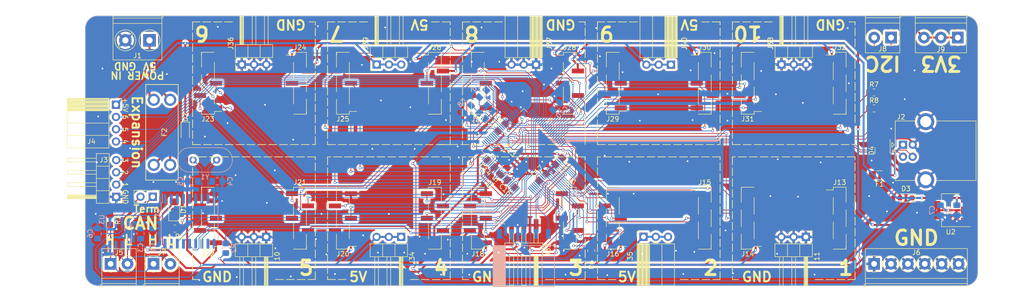
<source format=kicad_pcb>
(kicad_pcb (version 20221018) (generator pcbnew)
  (layers (0 "F.Cu" signal) (31 "B.Cu" signal) (34 "B.Paste" user) (35 "F.Paste" user) (36 "B.SilkS" user "B.Silkscreen") (37 "F.SilkS" user "F.Silkscreen") (38 "B.Mask" user) (39 "F.Mask" user) (44 "Edge.Cuts" user))
  (net 0 "")
  (net 1 "+3V3")
  (net 2 "GND")
  (net 3 "/OSC1")
  (net 4 "/OSC2")
  (net 5 "+5V")
  (net 6 "/MCU/OSC1")
  (net 7 "/MCU/OSC2")
  (net 8 "Net-(U4-VCAP)")
  (net 9 "Net-(D1-K)")
  (net 10 "Net-(D2-A)")
  (net 11 "/VUSB")
  (net 12 "Net-(J1-Pin_1)")
  (net 13 "Net-(J2-VBUS)")
  (net 14 "/D-")
  (net 15 "/D+")
  (net 16 "/CANH")
  (net 17 "/CANL")
  (net 18 "/SCL")
  (net 19 "/SDA")
  (net 20 "/MCU/~{MCLR}")
  (net 21 "/MCU/PGD")
  (net 22 "/MCU/PGC")
  (net 23 "Net-(JP1-B)")
  (net 24 "/~{CS}")
  (net 25 "/~{INT}")
  (net 26 "Net-(U1-TXCAN)")
  (net 27 "Net-(U1-RXCAN)")
  (net 34 "/SCK")
  (net 35 "/MOSI")
  (net 36 "/MISO")
  (net 42 "/IO3")
  (net 43 "/IO2")
  (net 44 "/IO1")
  (net 45 "/IO4")
  (net 46 "/IO5")
  (net 47 "/IO6")
  (net 48 "/AO1")
  (net 49 "/AI1")
  (net 50 "/AO2")
  (net 51 "/AI2")
  (net 52 "/D5")
  (net 53 "/D6")
  (net 54 "/AO3")
  (net 55 "/AI3")
  (net 56 "/AO4")
  (net 57 "/AI4")
  (net 58 "/D7")
  (net 59 "/D8")
  (net 60 "/AO5")
  (net 61 "/AI5")
  (net 62 "/AO6")
  (net 63 "/AI6")
  (net 64 "/D9")
  (net 65 "/D10")
  (net 66 "/AO7")
  (net 67 "/AI7")
  (net 68 "/AO8")
  (net 69 "/AI8")
  (net 70 "/D11")
  (net 71 "/D12")
  (net 72 "/AO9")
  (net 73 "/AI9")
  (net 74 "/AO10")
  (net 75 "/AI10")
  (net 76 "/D13")
  (net 77 "/D14")
  (net 78 "/AO11")
  (net 79 "/AI11")
  (net 80 "/AO12")
  (net 81 "/AI12")
  (net 82 "/D15")
  (net 83 "/D16")
  (net 84 "/AO13")
  (net 85 "/AI13")
  (net 86 "/AO14")
  (net 87 "/AI14")
  (net 88 "/D17")
  (net 89 "/D18")
  (net 90 "/AO15")
  (net 91 "/AI15")
  (net 92 "/AO16")
  (net 93 "/AI16")
  (net 94 "/D19")
  (net 95 "/D20")
  (net 96 "/AO17")
  (net 97 "/AI17")
  (net 98 "/AO18")
  (net 99 "/AI18")
  (net 100 "/D21")
  (net 101 "/D22")
  (net 102 "/AO19")
  (net 103 "/AI19")
  (net 104 "/AO20")
  (net 105 "/AI20")
  (net 106 "/D23")
  (net 107 "/D24")
  (footprint "Diode_SMD:D_SOD-323_HandSoldering" (layer "F.Cu") (at 68.961 123.698 -90)
    (fp_text reference "D2")
    (fp_text value "CUS10S30")
  )
  (footprint "Connector_PinSocket_2.54mm:PinSocket_1x04_P2.54mm_Horizontal" (layer "F.Cu") (at 54.61 118.11)
    (fp_text reference "J4")
    (fp_text value "IO B")
  )
  (footprint "Capacitor_SMD:C_0805_2012Metric_Pad1.18x1.45mm_HandSolder" (layer "F.Cu") (at 136.398 134.493 135)
    (fp_text reference "C16")
    (fp_text value "100n")
  )
  (footprint "Fuse:Fuse_1206_3216Metric_Pad1.42x1.75mm_HandSolder" (layer "F.Cu") (at 212.725 132.715 180)
    (fp_text reference "F1")
    (fp_text value "500 mA")
  )
  (footprint "Connector_PinHeader_2.54mm:PinHeader_1x03_P2.54mm_Horizontal" (layer "F.Cu") (at 80.66 109.785 90)
    (fp_text reference "J36")
    (fp_text value "GND4")
  )
  (footprint "Connector_PinHeader_2.54mm:PinHeader_1x05_P2.54mm_Vertical_SMD_Pin1Left" (layer "F.Cu") (at 92.709996 141.605)
    (fp_text reference "J21")
    (fp_text value "PPS IO")
  )
  (footprint "Connector_PinSocket_2.54mm:PinSocket_1x03_P2.54mm_Horizontal" (layer "F.Cu") (at 141.59 109.81 -90)
    (fp_text reference "J37")
    (fp_text value "GND5")
  )
  (footprint "canhw_footprints:Fuseholder_36-3557-15-ND" (layer "F.Cu") (at 64.135 123.825 90)
    (fp_text reference "F2")
    (fp_text value "1A")
  )
  (footprint "Connector_PinSocket_2.54mm:PinSocket_1x03_P2.54mm_Horizontal" (layer "F.Cu") (at 163.845 145.46 90)
    (fp_text reference "J35")
    (fp_text value "5V2")
  )
  (footprint "Connector_PinHeader_2.54mm:PinHeader_1x05_P2.54mm_Vertical_SMD_Pin1Left" (layer "F.Cu") (at 185.42 113.665 180)
    (fp_text reference "J31")
    (fp_text value "PPS IO")
  )
  (footprint "Connector_PinHeader_2.54mm:PinHeader_1x03_P2.54mm_Horizontal" (layer "F.Cu") (at 197.47 145.485 -90)
    (fp_text reference "J11")
    (fp_text value "GND3")
  )
  (footprint "Connector_PinHeader_2.54mm:PinHeader_1x04_P2.54mm_Horizontal" (layer "F.Cu") (at 54.655 137.19 180)
    (fp_text reference "J3")
    (fp_text value "IO A")
  )
  (footprint "Resistor_SMD:R_0805_2012Metric_Pad1.20x1.40mm_HandSolder" (layer "F.Cu") (at 153.035 148.336 90)
    (fp_text reference "R6")
    (fp_text value "10k")
  )
  (footprint "TerminalBlock_Phoenix:TerminalBlock_Phoenix_PT-1,5-6-3.5-H_1x06_P3.50mm_Horizontal" (layer "F.Cu") (at 211.595 151.065)
    (fp_text reference "J6")
    (fp_text value "GND")
  )
  (footprint "Connector_PinHeader_2.54mm:PinHeader_1x05_P2.54mm_Vertical_SMD_Pin1Left" (layer "F.Cu") (at 157.48 141.605 180)
    (fp_text reference "J16")
    (fp_text value "Power Input")
  )
  (footprint "Resistor_SMD:R_0805_2012Metric_Pad1.20x1.40mm_HandSolder" (layer "F.Cu") (at 211.582 118.872)
    (fp_text reference "R8")
    (fp_text value "4.7k")
  )
  (footprint "Capacitor_SMD:C_0805_2012Metric_Pad1.18x1.45mm_HandSolder" (layer "F.Cu") (at 143.002 133.096 45)
    (fp_text reference "C17")
    (fp_text value "100n")
  )
  (footprint "TerminalBlock_Phoenix:TerminalBlock_Phoenix_PT-1,5-2-3.5-H_1x02_P3.50mm_Horizontal" (layer "F.Cu") (at 53.495 151.065)
    (fp_text reference "J5")
    (fp_text value "CAN B")
  )
  (footprint "Connector_PinHeader_2.54mm:PinHeader_1x05_P2.54mm_Vertical_SMD_Pin1Left" (layer "F.Cu") (at 148.59 113.665)
    (fp_text reference "J28")
    (fp_text value "Power Input")
  )
  (footprint "Connector_PinHeader_2.54mm:PinHeader_1x05_P2.54mm_Vertical_SMD_Pin1Left" (layer "F.Cu") (at 129.54 113.665 180)
    (fp_text reference "J27")
    (fp_text value "PPS IO")
  )
  (footprint "Diode_SMD:D_SOD-323_HandSoldering" (layer "F.Cu") (at 218.186 137.414 180)
    (fp_text reference "D3")
    (fp_text value "CUS10S30")
  )
  (footprint "Connector_PinHeader_2.54mm:PinHeader_1x05_P2.54mm_Vertical_SMD_Pin1Left" (layer "F.Cu") (at 92.71 113.665)
    (fp_text reference "J24")
    (fp_text value "Power Input")
  )
  (footprint "Capacitor_SMD:C_0805_2012Metric_Pad1.18x1.45mm_HandSolder" (layer "F.Cu") (at 134.874 131.826 45)
    (fp_text reference "C15")
    (fp_text value "100n")
  )
  (footprint "Capacitor_SMD:C_0805_2012Metric_Pad1.18x1.45mm_HandSolder" (layer "F.Cu") (at 134.493 122.809 45)
    (fp_text reference "C12")
    (fp_text value "100n")
  )
  (footprint "Connector_PinSocket_2.54mm:PinSocket_1x03_P2.54mm_Horizontal" (layer "F.Cu") (at 169.53 109.81 -90)
    (fp_text reference "J40")
    (fp_text value "5V4")
  )
  (footprint "Connector_PinHeader_2.54mm:PinHeader_1x05_P2.54mm_Vertical_SMD_Pin1Left" (layer "F.Cu") (at 204.47 141.605)
    (fp_text reference "J13")
    (fp_text value "PPS IO")
  )
  (footprint "LED_SMD:LED_1206_3216Metric_Pad1.42x1.75mm_HandSolder" (layer "F.Cu") (at 66.675 139.7 90)
    (fp_text reference "D1")
    (fp_text value "RED 2V")
  )
  (footprint "Connector_PinHeader_2.54mm:PinHeader_1x05_P2.54mm_Vertical_SMD_Pin1Left" (layer "F.Cu") (at 204.47 113.665)
    (fp_text reference "J32")
    (fp_text value "Power Input")
  )
  (footprint "Capacitor_SMD:C_0805_2012Metric_Pad1.18x1.45mm_HandSolder" (layer "F.Cu") (at 146.304 129.794 -135)
    (fp_text reference "C11")
    (fp_text value "100n")
  )
  (footprint "Connector_PinHeader_2.54mm:PinHeader_1x05_P2.54mm_Vertical_SMD_Pin1Left" (layer "F.Cu") (at 157.48 113.665 180)
    (fp_text reference "J29")
    (fp_text value "PPS IO")
  )
  (footprint "Connector_PinHeader_2.54mm:PinHeader_1x03_P2.54mm_Horizontal" (layer "F.Cu") (at 113.65 145.485 -90)
    (fp_text reference "J34")
    (fp_text value "5V1")
  )
  (footprint "Package_TO_SOT_SMD:SOT-223-3_TabPin2" (layer "F.Cu") (at 227.457 139.954 180)
    (fp_text reference "U2")
    (fp_text value "AZ1117-3.3")
  )
  (footprint "Resistor_SMD:R_0805_2012Metric_Pad1.20x1.40mm_HandSolder" (layer "F.Cu") (at 53.34 141.97 -90)
    (fp_text reference "R3")
    (fp_text value "120R")
  )
  (footprint "Connector_PinHeader_2.54mm:PinHeader_1x05_P2.54mm_Vertical_SMD_Pin1Left" (layer "F.Cu") (at 185.42 141.605 180)
    (fp_text reference "J14")
    (fp_text value "Power Input")
  )
  (footprint "Connector_Harwin:Harwin_M20-89003xx_1x03_P2.54mm_Horizontal" (layer "F.Cu") (at 139.065 148.59 -90)
    (fp_text reference "J33")
    (fp_text value "GND2")
  )
  (footprint "Connector_PinHeader_2.54mm:PinHeader_1x02_P2.54mm_Vertical" (layer "F.Cu") (at 62.23 137.16 -90)
    (fp_text reference "JP1" hide)
    (fp_text value "Term")
  )
  (footprint "Connector_PinHeader_2.54mm:PinHeader_1x03_P2.54mm_Horizontal" (layer "F.Cu") (at 192.42 109.785 90)
    (fp_text reference "J38")
    (fp_text value "GND6")
  )
  (footprint "Capacitor_SMD:C_0805_2012Metric_Pad1.18x1.45mm_HandSolder" (layer "F.Cu") (at 132.207 130.302 -45)
    (fp_text reference "C14")
    (fp_text value "100n")
  )
  (footprint "Connector_PinHeader_2.54mm:PinHeader_1x05_P2.54mm_Vertical_SMD_Pin1Left" (layer "F.Cu") (at 73.659996 141.605 180)
    (fp_text reference "J22")
    (fp_text value "Power Input")
  )
  (footprint "Capacitor_SMD:C_0805_2012Metric_Pad1.18x1.45mm_HandSolder" (layer "F.Cu") (at 134.239 128.27 -45)
    (fp_text reference "C13")
    (fp_text value "100n")
  )
  (footprint "Connector_PinHeader_2.54mm:PinHeader_1x05_P2.54mm_Vertical_SMD_Pin1Left" (layer "F.Cu") (at 101.6 141.605 180)
    (fp_text reference "J20")
    (fp_text value "Power Input")
  )
  (footprint "Connector_PinHeader_2.54mm:PinHeader_1x03_P2.54mm_Horizontal" (layer "F.Cu") (at 85.71 145.485 -90)
    (fp_text reference "J10")
    (fp_text value "GND1")
  )
  (footprint "Connector_PinHeader_2.54mm:PinHeader_1x05_P2.54mm_Vertical_SMD_Pin1Left" (layer "F.Cu") (at 148.59 141.605)
    (fp_text reference "J17")
    (fp_text value "PPS IO")
  )
  (footprint "Connector_PinHeader_2.54mm:PinHeader_1x05_P2.54mm_Vertical_SMD_Pin1Left" (layer "F.Cu") (at 176.53 141.605)
    (fp_text reference "J15")
    (fp_text value "PPS IO")
  )
  (footprint "Package_TO_SOT_SMD:SOT-143_Handsoldering" (layer "F.Cu") (at 213.36 127.635 -90)
    (fp_text reference "D4")
    (fp_text value "ESDALD05UJ2X")
  )
  (footprint "TerminalBlock_Phoenix:TerminalBlock_Phoenix_PT-1,5-3-3.5-H_1x03_P3.50mm_Horizontal" (layer "F.Cu") (at 228.925 104.205 180)
    (fp_text reference "J9")
    (fp_text value "3V3")
  )
  (footprint "TerminalBlock_Phoenix:TerminalBlock_Phoenix_PT-1,5-2-3.5-H_1x02_P3.50mm_Horizontal" (layer "F.Cu") (at 215.11 104.205 180)
    (fp_text reference "J8")
    (fp_text value "I2C")
  )
  (footprint "Connector_PinHeader_2.54mm:PinHeader_1x05_P2.54mm_Vertical_SMD_Pin1Left" (layer "F.Cu") (at 176.53 113.665)
    (fp_text reference "J30")
    (fp_text value "Power Input")
  )
  (footprint "Connector_PinHeader_2.54mm:PinHeader_1x03_P2.54mm_Horizontal" (layer "F.Cu") (at 108.6 109.785 90)
    (fp_text reference "J39")
    (fp_text value "5V3")
  )
  (footprint "Connector_PinHeader_2.54mm:PinHeader_1x05_P2.54mm_Vertical_SMD_Pin1Left" (layer "F.Cu") (at 120.65 113.665)
    (fp_text reference "J26")
    (fp_text value "Power Input")
  )
  (footprint "Connector_USB:USB_B_OST_USB-B1HSxx_Horizontal" (layer "F.Cu") (at 217.5775 126.385)
    (fp_text reference "J2")
    (fp_text value "USB_B")
  )
  (footprint "TerminalBlock_Phoenix:TerminalBlock_Phoenix_PT-1,5-2-5.0-H_1x02_P5.00mm_Horizontal" (layer "F.Cu") (at 61.555 104.775 180)
    (fp_text reference "J1")
    (fp_text value "5V In")
  )
  (footprint "Resistor_SMD:R_0805_2012Metric_Pad1.20x1.40mm_HandSolder" (layer "F.Cu") (at 211.582 115.57)
    (fp_text reference "R7")
    (fp_text value "4.7k")
  )
  (footprint "Connector_PinHeader_2.54mm:PinHeader_1x05_P2.54mm_Vertical_SMD_Pin1Left" (layer "F.Cu") (at 120.65 141.605)
    (fp_text reference "J19")
    (fp_text value "PPS IO")
  )
  (footprint "Connector_PinHeader_2.54mm:PinHeader_1x05_P2.54mm_Vertical_SMD_Pin1Left" (layer "F.Cu") (at 129.54 141.605 180)
    (fp_text reference "J18")
    (fp_text value "Power Input")
  )
  (footprint "TerminalBlock_Phoenix:TerminalBlock_Phoenix_PT-1,5-2-3.5-H_1x02_P3.50mm_Horizontal" (layer "F.Cu") (at 62.385 151.065)
    (fp_text reference "J7")
    (fp_text value "CAN A")
  )
  (footprint "Connector_PinHeader_2.54mm:PinHeader_1x05_P2.54mm_Vertical_SMD_Pin1Left" (layer "F.Cu") (at 101.6 113.665 180)
    (fp_text reference "J25")
    (fp_text value "PPS IO")
  )
  (footprint "Resistor_SMD:R_0805_2012Metric_Pad1.20x1.40mm_HandSolder" (layer "F.Cu") (at 66.802 143.764)
    (fp_text reference "R1")
    (fp_text value "270R")
  )
  (footprint "Connector_PinHeader_2.54mm:PinHeader_1x05_P2.54mm_Vertical_SMD_Pin1Left" (layer "F.Cu") (at 73.66 113.665 180)
    (fp_text reference "J23")
    (fp_text value "PPS IO")
  )
  (footprint "canhw_footprints:PinHeader_5x2.54_SMD_90deg_952-3198-1-ND" (layer "B.Cu") (at 133.985 144.8725)
    (fp_text reference "J12")
    (fp_text value "Programming Connector")
  )
  (footprint "Capacitor_SMD:C_0805_2012Metric_Pad1.18x1.45mm_HandSolder" (layer "B.Cu") (at 70.485 133.985 180)
    (fp_text reference "C5")
    (fp_text value "27p")
  )
  (footprint "Capacitor_SMD:C_0805_2012Metric_Pad1.18x1.45mm_HandSolder" (layer "B.Cu") (at 75.565 133.985)
    (fp_text reference "C4")
    (fp_text value "27p")
  )
  (footprint "Capacitor_SMD:C_0805_2012Metric_Pad1.18x1.45mm_HandSolder" (layer "B.Cu") (at 59.69 144.78 90)
    (fp_text reference "C3")
    (fp_text value "100n")
  )
  (footprint "Crystal:Crystal_SMD_Abracon_ABM8G-4Pin_3.2x2.5mm" (layer "B.Cu") (at 131.191 119.634 -135)
    (fp_text reference "Y2")
    (fp_text value "48 MHz DNP")
  )
  (footprint "Capacitor_SMD:C_0805_2012Metric_Pad1.18x1.45mm_HandSolder" (layer "B.Cu") (at 50.8 144.78 90)
    (fp_text reference "C6")
    (fp_text value "100n")
  )
  (footprint "Capacitor_SMD:C_0805_2012Metric_Pad1.18x1.45mm_HandSolder" (layer "B.Cu") (at 62.23 144.78 90)
    (fp_text reference "C1")
    (fp_text value "100n")
  )
  (footprint "Capacitor_SMD:C_0805_2012Metric_Pad1.18x1.45mm_HandSolder" (layer "B.Cu") (at 145.796 118.491 45)
    (fp_text reference "C10")
    (fp_text value "10u")
  )
  (footprint "Capacitor_SMD:C_0805_2012Metric_Pad1.18x1.45mm_HandSolder" (layer "B.Cu") (at 228.727 139.954 -90)
    (fp_text reference "C2")
    (fp_text value "10u")
  )
  (footprint "Crystal:Crystal_HC49-4H_Vertical" (layer "B.Cu") (at 70.575 129.54)
    (fp_text reference "Y1")
    (fp_text value "12 MHz")
  )
  (footprint "Capacitor_SMD:C_0805_2012Metric_Pad1.18x1.45mm_HandSolder" (layer "B.Cu") (at 127.381 118.999 45)
    (fp_text reference "C8")
    (fp_text value "DNP")
  )
  (footprint "Capacitor_SMD:C_0805_2012Metric_Pad1.18x1.45mm_HandSolder" (layer "B.Cu") (at 130.556 115.824 -135)
    (fp_text reference "C9")
    (fp_text value "DNP")
  )
  (footprint "Package_SO:SOIC-8_3.9x4.9mm_P1.27mm" (layer "B.Cu") (at 55.245 144.78 -90)
    (fp_text reference "U3")
    (fp_text value "MCP2562")
  )
  (footprint "Package_SO:SOIC-18W_7.5x11.6mm_P1.27mm" (layer "B.Cu") (at 69.85 142.24 -90)
    (fp_text reference "U1")
    (fp_text value "MCP2515")
  )
  (footprint "Package_QFP:TQFP-100_12x12mm_P0.4mm" (layer "B.Cu") (at 139.065 127.635 135)
    (fp_text reference "U4")
    (fp_text value "PIC24FJ128GC010")
  )
  (footprint "Resistor_SMD:R_0805_2012Metric_Pad1.20x1.40mm_HandSolder" (layer "B.Cu") (at 77.343 147.828 90)
    (fp_text reference "R2")
    (fp_text value "10k")
  )
  (footprint "Capacitor_SMD:C_0805_2012Metric_Pad1.18x1.45mm_HandSolder" (layer "B.Cu") (at 225.298 139.954 -90)
    (fp_text reference "C7")
    (fp_text value "22u")
  )
  (gr_line (start 151.765 126.365) (end 151.765 100.965) (stroke (width 0.15) (type dash)) (layer "F.SilkS"))
  (gr_line (start 126.365 100.965) (end 126.365 126.365) (stroke (width 0.15) (type dash)) (layer "F.SilkS"))
  (gr_line (start 115.57 154.305) (end 123.825 154.305) (stroke (width 0.15) (type dash)) (layer "F.SilkS"))
  (gr_line (start 207.645 100.965) (end 206.375 100.965) (stroke (width 0.15) (type dash)) (layer "F.SilkS"))
  (gr_line (start 70.485 126.365) (end 95.885 126.365) (stroke (width 0.15) (type dash)) (layer "F.SilkS"))
  (gr_line (start 179.705 100.965) (end 175.895 100.965) (stroke (width 0.15) (type dash)) (layer "F.SilkS"))
  (gr_line (start 70.485 128.905) (end 70.485 154.305) (stroke (width 0.15) (type dash)) (layer "F.SilkS"))
  (gr_line (start 154.305 128.905) (end 154.305 154.305) (stroke (width 0.15) (type dash)) (layer "F.SilkS"))
  (gr_line (start 95.885 128.905) (end 70.485 128.905) (stroke (width 0.15) (type dash)) (layer "F.SilkS"))
  (gr_line (start 95.885 100.965) (end 94.615 100.965) (stroke (width 0.15) (type dash)) (layer "F.SilkS"))
  (gr_line (start 98.425 100.965) (end 98.425 126.365) (stroke (width 0.15) (type dash)) (layer "F.SilkS"))
  (gr_line (start 70.485 100.965) (end 70.485 126.365) (stroke (width 0.15) (type dash)) (layer "F.SilkS"))
  (gr_line (start 190.5 100.965) (end 182.245 100.965) (stroke (width 0.15) (type dash)) (layer "F.SilkS"))
  (gr_line (start 134.62 100.965) (end 126.365 100.965) (stroke (width 0.15) (type dash)) (layer "F.SilkS"))
  (gr_line (start 78.74 100.965) (end 70.485 100.965) (stroke (width 0.15) (type dash)) (layer "F.SilkS"))
  (gr_line (start 126.365 154.305) (end 127.635 154.305) (stroke (width 0.15) (type dash)) (layer "F.SilkS"))
  (gr_line (start 123.825 100.965) (end 119.38 100.965) (stroke (width 0.15) (type dash)) (layer "F.SilkS"))
  (gr_line (start 154.305 154.305) (end 158.115 154.305) (stroke (width 0.15) (type dash)) (layer "F.SilkS"))
  (gr_line (start 207.645 126.365) (end 207.645 100.965) (stroke (width 0.15) (type dash)) (layer "F.SilkS"))
  (gr_line (start 182.245 154.305) (end 183.515 154.305) (stroke (width 0.15) (type dash)) (layer "F.SilkS"))
  (gr_line (start 95.885 126.365) (end 95.885 100.965) (stroke (width 0.15) (type dash)) (layer "F.SilkS"))
  (gr_line (start 151.765 128.905) (end 126.365 128.905) (stroke (width 0.15) (type dash)) (layer "F.SilkS"))
  (gr_line (start 98.425 154.305) (end 102.235 154.305) (stroke (width 0.15) (type dash)) (layer "F.SilkS"))
  (gr_line (start 151.765 100.965) (end 150.495 100.965) (stroke (width 0.15) (type dash)) (layer "F.SilkS"))
  (gr_line (start 121.539 126.365) (end 146.939 126.365) (stroke (width 0.15) (type dash)) (layer "F.SilkS"))
  (gr_line (start 154.305 126.365) (end 179.705 126.365) (stroke (width 0.15) (type dash)) (layer "F.SilkS"))
  (gr_line (start 207.645 128.905) (end 182.245 128.905) (stroke (width 0.15) (type dash)) (layer "F.SilkS"))
  (gr_line (start 123.825 154.305) (end 123.825 128.905) (stroke (width 0.15) (type dash)) (layer "F.SilkS"))
  (gr_line (start 207.645 154.305) (end 207.645 128.905) (stroke (width 0.15) (type dash)) (layer "F.SilkS"))
  (gr_line (start 162.56 100.965) (end 154.305 100.965) (stroke (width 0.15) (type dash)) (layer "F.SilkS"))
  (gr_line (start 179.705 126.365) (end 179.705 100.965) (stroke (width 0.15) (type dash)) (layer "F.SilkS"))
  (gr_line (start 70.485 154.305) (end 71.755 154.305) (stroke (width 0.15) (type dash)) (layer "F.SilkS"))
  (gr_line (start 179.705 154.305) (end 179.705 128.905) (stroke (width 0.15) (type dash)) (layer "F.SilkS"))
  (gr_line (start 95.885 154.305) (end 95.885 128.905) (stroke (width 0.15) (type dash)) (layer "F.SilkS"))
  (gr_line (start 106.68 100.965) (end 98.425 100.965) (stroke (width 0.15) (type dash)) (layer "F.SilkS"))
  (gr_line (start 182.245 128.905) (end 182.245 154.305) (stroke (width 0.15) (type dash)) (layer "F.SilkS"))
  (gr_line (start 123.825 128.905) (end 98.425 128.905) (stroke (width 0.15) (type dash)) (layer "F.SilkS"))
  (gr_line (start 143.51 154.305) (end 151.765 154.305) (stroke (width 0.15) (type dash)) (layer "F.SilkS"))
  (gr_line (start 182.245 126.365) (end 207.645 126.365) (stroke (width 0.15) (type dash)) (layer "F.SilkS"))
  (gr_line (start 87.63 154.305) (end 95.885 154.305) (stroke (width 0.15) (type dash)) (layer "F.SilkS"))
  (gr_line (start 126.365 128.905) (end 126.365 154.305) (stroke (width 0.15) (type dash)) (layer "F.SilkS"))
  (gr_line (start 151.765 154.305) (end 151.765 128.905) (stroke (width 0.15) (type dash)) (layer "F.SilkS"))
  (gr_line (start 98.425 128.905) (end 98.425 154.305) (stroke (width 0.15) (type dash)) (layer "F.SilkS"))
  (gr_line (start 171.45 154.305) (end 179.705 154.305) (stroke (width 0.15) (type dash)) (layer "F.SilkS"))
  (gr_line (start 98.425 126.365) (end 123.825 126.365) (stroke (width 0.15) (type dash)) (layer "F.SilkS"))
  (gr_line (start 182.245 100.965) (end 182.245 126.365) (stroke (width 0.15) (type dash)) (layer "F.SilkS"))
  (gr_line (start 179.705 128.905) (end 154.305 128.905) (stroke (width 0.15) (type dash)) (layer "F.SilkS"))
  (gr_line (start 154.305 100.965) (end 154.305 126.365) (stroke (width 0.15) (type dash)) (layer "F.SilkS"))
  (gr_line (start 123.825 126.365) (end 123.825 100.965) (stroke (width 0.15) (type dash)) (layer "F.SilkS"))
  (gr_line (start 199.39 154.305) (end 207.645 154.305) (stroke (width 0.15) (type dash)) (layer "F.SilkS"))
  (gr_arc (start 50.8 155.575) (mid 49.003949 154.831051) (end 48.26 153.035) (stroke (width 0.1)) (layer "Edge.Cuts"))
  (gr_arc (start 233.045 153.035) (mid 232.301051 154.831051) (end 230.505 155.575) (stroke (width 0.1)) (layer "Edge.Cuts"))
  (gr_line (start 48.26 153.035) (end 48.26 102.235) (stroke (width 0.1)) (layer "Edge.Cuts"))
  (gr_line (start 230.505 155.575) (end 50.8 155.575) (stroke (width 0.1)) (layer "Edge.Cuts"))
  (gr_line (start 233.045 102.235) (end 233.045 153.035) (stroke (width 0.1)) (layer "Edge.Cuts"))
  (gr_arc (start 230.505 99.695) (mid 232.301051 100.438949) (end 233.045 102.235) (stroke (width 0.1)) (layer "Edge.Cuts"))
  (gr_arc (start 48.26 102.235) (mid 49.003949 100.438949) (end 50.8 99.695) (stroke (width 0.1)) (layer "Edge.Cuts"))
  (gr_line (start 50.8 99.695) (end 230.505 99.695) (stroke (width 0.1)) (layer "Edge.Cuts"))
  (gr_text "9" (at 156.21 101.6 180) (layer "F.SilkS") (effects (font (size 3 3) (thickness 0.6) bold) (justify bottom)))
  (gr_text "Expansion" (at 57.785 123.825 270) (layer "F.SilkS") (effects (font (size 2 2) (thickness 0.4) bold) (justify bottom)))
  (gr_text "GND" (at 202.565 100.33 180) (layer "F.SilkS") (effects (font (size 2 2) (thickness 0.4) bold) (justify bottom)))
  (gr_text "GND" (at 56.56 137.2 -90) (layer "F.SilkS") (effects (font (size 1 1))))
  (gr_text "3V3" (at 225.425 107.823 180) (layer "F.SilkS") (effects (font (size 3 3) (thickness 0.6) bold) (justify bottom)))
  (gr_text "L" (at 66.04 147.32) (layer "F.SilkS") (effects (font (size 2 2) (thickness 0.4) bold) (justify bottom)))
  (gr_text "6" (at 55.925 120.69 270) (layer "F.SilkS") (effects (font (size 1 1)) (justify bottom)))
  (gr_text "GND" (at 90.805 100.33 180) (layer "F.SilkS") (effects (font (size 2 2) (thickness 0.4) bold) (justify bottom)))
  (gr_text "GND" (at 56.515 109.22 180) (layer "F.SilkS") (effects (font (size 1.5 1.5) (thickness 0.3) bold) (justify bottom)))
  (gr_text "CAN" (at 59.69 144.145) (layer "F.SilkS") (effects (font (size 2.5 2.5) (thickness 0.5) bold) (justify bottom)))
  (gr_text "5V" (at 173.355 100.33 180) (layer "F.SilkS") (effects (font (size 2 2) (thickness 0.4) bold) (justify bottom)))
  (gr_text "10" (at 185.42 101.6 180) (layer "F.SilkS") (effects (font (size 3 3) (thickness 0.6) bold) (justify bottom)))
  (gr_text "2" (at 177.8 153.67) (layer "F.SilkS") (effects (font (size 3 3) (thickness 0.6) bold) (justify bottom)))
  (gr_text "GND" (at 75.565 154.94) (layer "F.SilkS") (effects (font (size 2 2) (thickness 0.4) bold) (justify bottom)))
  (gr_text "GND" (at 220.345 147.447) (layer "F.SilkS") (effects (font (size 3 3) (thickness 0.6) bold) (justify bottom)))
  (gr_text "5" (at 93.98 153.67) (layer "F.SilkS") (effects (font (size 3 3) (thickness 0.6) bold) (justify bottom)))
  (gr_text "7" (at 100.33 101.6 180) (layer "F.SilkS") (effects (font (size 3 3) (thickness 0.6) bold) (justify bottom)))
  (gr_text "POWER IN" (at 59.055 111.125 180) (layer "F.SilkS") (effects (font (size 1.5 1.5) (thickness 0.3) bold) (justify bottom)))
  (gr_text "GND" (at 131.445 154.94) (layer "F.SilkS") (effects (font (size 2 2) (thickness 0.4) bold) (justify bottom)))
  (gr_text "4" (at 55.925 125.77 270) (layer "F.SilkS") (effects (font (size 1 1)) (justify bottom)))
  (gr_text "4" (at 121.92 153.67) (layer "F.SilkS") (effects (font (size 3 3) (thickness 0.6) bold) (justify bottom)))
  (gr_text "8" (at 128.27 101.6 180) (layer "F.SilkS") (effects (font (size 3 3) (thickness 0.6) bold) (justify bottom)))
  (gr_text "5V" (at 104.775 154.94) (layer "F.SilkS") (effects (font (size 2 2) (thickness 0.4) bold) (justify bottom)))
  (gr_text "1" (at 205.74 153.67) (layer "F.SilkS") (effects (font (size 3 3) (thickness 0.6) bold) (justify bottom)))
  (gr_text "1" (at 55.925 134.66 270) (layer "F.SilkS") (effects (font (size 1 1)) (justify bottom)))
  (gr_text "+5V" (at 56.56 118.15 -90) (layer "F.SilkS") (effects (font (size 1 1))))
  (gr_text "3" (at 55.925 129.58 270) (layer "F.SilkS") (effects (font (size 1 1)) (justify bottom)))
  (gr_text "2" (at 55.925 132.12 270) (layer "F.SilkS") (effects (font (size 1 1)) (justify bottom)))
  (gr_text "3" (at 149.86 153.67) (layer "F.SilkS") (effects (font (size 3 3) (thickness 0.6) bold) (justify bottom)))
  (gr_text "I2C" (at 213.36 107.823 180) (layer "F.SilkS") (effects (font (size 3 3) (thickness 0.6) bold) (justify bottom)))
  (gr_text "5V" (at 61.595 109.22 180) (layer "F.SilkS") (effects (font (size 1.5 1.5) (thickness 0.3) bold) (justify bottom)))
  (gr_text "GND" (at 187.325 154.94) (layer "F.SilkS") (effects (font (size 2 2) (thickness 0.4) bold) (justify bottom)))
  (gr_text "H" (at 62.23 147.32) (layer "F.SilkS") (effects (font (size 2 2) (thickness 0.4) bold) (justify bottom)))
  (gr_text "5" (at 55.925 123.23 270) (layer "F.SilkS") (effects (font (size 1 1)) (justify bottom)))
  (gr_text "GND" (at 146.685 100.33 180) (layer "F.SilkS") (effects (font (size 2 2) (thickness 0.4) bold) (justify bottom)))
  (gr_text "6" (at 72.39 101.6 180) (layer "F.SilkS") (effects (font (size 3 3) (thickness 0.6) bold) (justify bottom)))
  (gr_text "H" (at 53.34 147.32) (layer "F.SilkS") (effects (font (size 2 2) (thickness 0.4) bold) (justify bottom)))
  (gr_text "L" (at 57.15 147.32) (layer "F.SilkS") (effects (font (size 2 2) (thickness 0.4) bold) (justify bottom)))
  (gr_text "5V" (at 117.475 100.33 180) (layer "F.SilkS") (effects (font (size 2 2) (thickness 0.4) bold) (justify bottom)))
  (gr_text "5V" (at 160.401 154.94) (layer "F.SilkS") (effects (font (size 2 2) (thickness 0.4) bold) (justify bottom)))
  (segment (start 65.405 148.209) (end 61.214 148.209) (width 0.4064) (layer "F.Cu") (net 1))
  (segment (start 155.829 149.225) (end 153.797 151.257) (width 0.4064) (layer "F.Cu") (net 1))
  (segment (start 133.055758 127.086758) (end 133.505377 127.536377) (width 0.1524) (layer "F.Cu") (net 1))
  (segment (start 64.262 140.6255) (end 64.262 147.066) (width 0.2032) (layer "F.Cu") (net 1))
  (segment (start 136.144 132.334) (end 134.366 132.334) (width 0.1524) (layer "F.Cu") (net 1))
  (segment (start 139.7 132.461) (end 136.271 132.461) (width 0.4064) (layer "F.Cu") (net 1))
  (segment (start 122.305 111.125) (end 124.968 111.125) (width 0.4064) (layer "F.Cu") (net 1))
  (segment (start 128.8212 105.3668) (end 128.905 105.3668) (width 0.4064) (layer "F.Cu") (net 1))
  (segment (start 132.588 126.365) (end 134.112 126.365) (width 0.4064) (layer "F.Cu") (net 1))
  (segment (start 99.945 144.145) (end 99.945 144.149) (width 0.4064) (layer "F.Cu") (net 1))
  (segment (start 139.319 132.461) (end 137.795 133.985) (width 0.4064) (layer "F.Cu") (net 1))
  (segment (start 228.981 139.954) (end 230.607 139.954) (width 0.4064) (layer "F.Cu") (net 1))
  (segment (start 210.566 115.57) (end 208.28 117.856) (width 0.2032) (layer "F.Cu") (net 1))
  (segment (start 132.715 128.905) (end 133.604 128.905) (width 0.1524) (layer "F.Cu") (net 1))
  (segment (start 183.765 144.145) (end 176.653 151.257) (width 0.4064) (layer "F.Cu") (net 1))
  (segment (start 64.262 147.066) (end 65.405 148.209) (width 0.2032) (layer "F.Cu") (net 1))
  (segment (start 155.829 147.32) (end 155.829 149.225) (width 0.4064) (layer "F.Cu") (net 1))
  (segment (start 175.895 151.257) (end 207.96912 151.257) (width 0.4064) (layer "F.Cu") (net 1))
  (segment (start 221.259 143.002) (end 224.307 139.954) (width 0.4064) (layer "F.Cu") (net 1))
  (segment (start 120.773 151.257) (end 130.048 151.257) (width 0.4064) (layer "F.Cu") (net 1))
  (segment (start 208.28 104.14) (end 210.566 101.854) (width 0.4064) (layer "F.Cu") (net 1))
  (segment (start 66.675 138.2125) (end 64.262 140.6255) (width 0.2032) (layer "F.Cu") (net 1))
  (segment (start 140.208 132.461) (end 141.732 132.461) (width 0.4064) (layer "F.Cu") (net 1))
  (segment (start 207.96912 151.257) (end 216.22412 143.002) (width 0.4064) (layer "F.Cu") (net 1))
  (segment (start 208.28 108.966) (end 208.28 117.856) (width 0.4064) (layer "F.Cu") (net 1))
  (segment (start 134.366 132.334) (end 134.140377 132.559623) (width 0.1524) (layer "F.Cu") (net 1))
  (segment (start 82.448396 151.257) (end 82.677 151.257) (width 0.4064) (layer "F.Cu") (net 1))
  (segment (start 146.247707 128.270461) (end 147.037623 129.060377) (width 0.1524) (layer "F.Cu") (net 1))
  (segment (start 82.677 151.257) (end 77.851 151.257) (width 0.4064) (layer "F.Cu") (net 1))
  (segment (start 96.266 106.553) (end 97.4522 105.3668) (width 0.4064) (layer "F.Cu") (net 1))
  (segment (start 152.4 105.3668) (end 184.023 105.3668) (width 0.4064) (layer "F.Cu") (net 1))
  (segment (start 141.732 133.293246) (end 142.268377 133.829623) (width 0.1524) (layer "F.Cu") (net 1))
  (segment (start 77.343 151.257) (end 77.851 151.257) (width 0.2032) (layer "F.Cu") (net 1))
  (segment (start 133.2662 148.0388) (end 130.048 151.257) (width 0.4064) (layer "F.Cu") (net 1))
  (segment (start 130.048 151.257) (end 132.969 151.257) (width 0.4064) (layer "F.Cu") (net 1))
  (segment (start 211.328 143.002) (end 216.22412 143.002) (width 0.4064) (layer "F.Cu") (net 1))
  (segment (start 113.03 151.257) (end 92.837 151.257) (width 0.4064) (layer "F.Cu") (net 1))
  (segment (start 99.945 144.149) (end 92.837 151.257) (width 0.4064) (layer "F.Cu") (net 1))
  (segment (start 141.732 132.461) (end 141.732 133.293246) (width 0.1524) (layer "F.Cu") (net 1))
  (segment (start 178.2648 111.125) (end 184.023 105.3668) (width 0.4064) (layer "F.Cu") (net 1))
  (segment (start 155.825 144.145) (end 159.004 144.145) (width 0.4064) (layer "F.Cu") (net 1))
  (segment (start 132.969 126.365) (end 135.128 124.206) (width 0.4064) (layer "F.Cu") (net 1))
  (segment (start 151.13 151.257) (end 153.797 151.257) (width 0.4064) (layer "F.Cu") (net 1))
  (segment (start 137.795 147.193) (end 136.9492 148.0388) (width 0.4064) (layer "F.Cu") (net 1))
  (segment (start 225.425 104.205) (end 228.925 104.205) (width 0.4064) (layer "F.Cu") (net 1))
  (segment (start 122.172 149.858) (end 120.773 151.257) (width 0.4064) (layer "F.Cu") (net 1))
  (segment (start 135.128 124.206) (end 134.422754 124.206) (width 0.1524) (layer "F.Cu") (net 1))
  (segment (start 133.055758 126.365) (end 133.055758 127.086758) (width 0.1524) (layer "F.Cu") (net 1))
  (segment (start 153.797 151.257) (end 175.895 151.257) (width 0.4064) (layer "F.Cu") (net 1))
  (segment (start 97.4522 105.3668) (end 128.905 105.3668) (width 0.4064) (layer "F.Cu") (net 1))
  (segment (start 72.004996 144.145) (end 75.336396 144.145) (width 0.4064) (layer "F.Cu") (net 1))
  (segment (start 216.22412 143.002) (end 220.472 143.002) (width 0.4064) (layer "F.Cu") (net 1))
  (segment (start 150.245 109.859) (end 149.098 108.712) (width 0.4064) (layer "F.Cu") (net 1))
  (segment (start 210.582 118.872) (end 208.296 121.158) (width 0.2032) (layer "F.Cu") (net 1))
  (segment (start 114.4702 152.6972) (end 113.03 151.257) (width 0.4064) (layer "F.Cu") (net 1))
  (segment (start 129.54 128.905) (end 132.08 126.365) (width 0.4064) (layer "F.Cu") (net 1))
  (segment (start 184.023 105.3668) (end 205.3158 105.3668) (width 0.4064) (layer "F.Cu") (net 1))
  (segment (start 94.365 111.121) (end 96.266 109.22) (width 0.4064) (layer "F.Cu") (net 1))
  (segment (start 77.851 151.257) (end 75.184 151.257) (width 0.4064) (layer "F.Cu") (net 1))
  (segment (start 210.582 115.57) (end 210.566 115.57) (width 0.2032) (layer "F.Cu") (net 1))
  (segment (start 145.923 128.270461) (end 146.247707 128.270461) (width 0.1524) (layer "F.Cu") (net 1))
  (segment (start 221.925 104.205) (end 225.425 104.205) (width 0.4064) (layer "F.Cu") (net 1))
  (segment (start 150.876 106.8908) (end 152.4 105.3668) (width 0.4064) (layer "F.Cu") (net 1))
  (segment (start 132.08 126.365) (end 132.588 126.365) (width 0.4064) (layer "F.Cu") (net 1))
  (segment (start 208.28 108.331) (end 208.28 104.14) (width 0.4064) (layer "F.Cu") (net 1))
  (segment (start 129.54 134.3914) (end 129.54 128.905) (width 0.4064) (layer "F.Cu") (net 1))
  (segment (start 76.073 149.987) (end 77.343 151.257) (width 0.2032) (layer "F.Cu") (net 1))
  (segment (start 136.017 128.27) (end 145.922539 128.27) (width 0.4064) (layer "F.Cu") (net 1))
  (segment (start 132.588 126.365) (end 132.969 126.365) (width 0.4064) (layer "F.Cu") (net 1))
  (segment (start 120.523 143.4084) (end 129.54 134.3914) (width 0.4064) (layer "F.Cu") (net 1))
  (segment (start 134.112 126.365) (end 134.8105 127.0635) (width 0.4064) (layer "F.Cu") (net 1))
  (segment (start 225.933 143.002) (end 228.981 139.954) (width 0.4064) (layer "F.Cu") (net 1))
  (segment (start 206.125 111.125) (end 206.125 111.121) (width 0.4064) (layer "F.Cu") (net 1))
  (segment (start 92.837 151.257) (end 82.677 151.257) (width 0.4064) (layer "F.Cu") (net 1))
  (segment (start 132.136754 128.905) (end 131.473377 129.568377) (width 0.1524) (layer "F.Cu") (net 1))
  (segment (start 75.184 151.257) (end 74.5058 151.9352) (width 0.4064) (layer "F.Cu") (net 1))
  (segment (start 128.016 106.172) (end 128.8212 105.3668) (width 0.4064) (layer "F.Cu") (net 1))
  (segment (start 219.574 101.854) (end 221.925 104.205) (width 0.4064) (layer "F.Cu") (net 1))
  (segment (start 134.422754 124.206) (end 133.759377 123.542623) (width 0.1524) (layer "F.Cu") (net 1))
  (segment (start 150.876 106.934) (end 150.876 106.8908) (width 0.4064) (layer "F.Cu") (net 1))
  (segment (start 122.172 149.858) (end 122.172 147.064) (width 0.4064) (layer "F.Cu") (net 1))
  (segment (start 136.271 132.461) (end 136.144 132.334) (width 0.4064) (layer "F.Cu") (net 1))
  (segment (start 137.795 134.563246) (end 137.131623 135.226623) (width 0.1524) (layer "F.Cu") (net 1))
  (segment (start 69.1312 151.9352) (end 65.405 148.209) (width 0.4064) (layer "F.Cu") (net 1))
  (segment (start 74.5058 151.9352) (end 69.1312 151.9352) (width 0.4064) (layer "F.Cu") (net 1))
  (segment (start 118.745 151.257) (end 117.3048 152.6972) (width 0.4064) (layer "F.Cu") (net 1))
  (segment (start 145.922539 128.27) (end 145.923 128.270461) (width 0.4064) (layer "F.Cu") (net 1))
  (segment (start 122.172 147.064) (end 120.523 145.415) (width 0.4064) (layer "F.Cu") (net 1))
  (segment (start 137.795 133.985) (end 137.795 134.563246) (width 0.1524) (layer "F.Cu") (net 1))
  (segment (start 205.3158 105.3668) (end 208.28 108.331) (width 0.4064) (layer "F.Cu") (net 1))
  (segment (start 220.472 143.002) (end 225.933 143.002) (width 0.4064) (layer "F.Cu") (net 1))
  (segment (start 153.035 149.336) (end 153.035 149.352) (width 0.2032) (layer "F.Cu") (net 1))
  (segment (start 176.653 151.257) (end 175.895 151.257) (width 0.4064) (layer "F.Cu") (net 1))
  (segment (start 208.28 108.331) (end 208.28 108.966) (width 0.4064) (layer "F.Cu") (net 1))
  (segment (start 139.7 132.461) (end 139.319 132.461) (width 0.4064) (layer "F.Cu") (net 1))
  (segment (start 220.472 143.002) (end 221.259 143.002) (width 0.4064) (layer "F.Cu") (net 1))
  (segment (start 134.747 127.127) (end 134.8105 127.0635) (width 0.1524) (layer "F.Cu") (net 1))
  (segment (start 140.208 132.461) (end 139.7 132.461) (width 0.4064) (layer "F.Cu") (net 1))
  (segment (start 208.296 121.158) (end 208.28 121.158) (width 0.2032) (layer "F.Cu") (net 1))
  (segment (start 210.566 101.854) (end 219.574 101.854) (width 0.4064) (layer "F.Cu") (net 1))
  (segment (start 136.271 128.524) (end 140.208 132.461) (width 0.4064) (layer "F.Cu") (net 1))
  (segment (start 178.185 111.125) (end 178.2648 111.125) (width 0.4064) (layer "F.Cu") (net 1))
  (segment (start 132.08 126.365) (end 133.055758 126.365) (width 0.4064) (layer "F.Cu") (net 1))
  (segment (start 120.523 145.415) (end 120.523 143.4084) (width 0.4064) (layer "F.Cu") (net 1))
  (segment (start 206.125 111.121) (end 208.28 108.966) (width 0.4064) (layer "F.Cu") (net 1))
  (segment (start 94.365 111.125) (end 94.365 111.121) (width 0.4064) (layer "F.Cu") (net 1))
  (segment (start 153.035 149.352) (end 151.13 151.257) (width 0.2032) (layer "F.Cu") (net 1))
  (segment (start 134.8105 127.0635) (end 136.271 128.524) (width 0.4064) (layer "F.Cu") (net 1))
  (segment (start 133.604 128.905) (end 134.747 127.762) (width 0.1524) (layer "F.Cu") (net 1))
  (segment (start 75.336396 144.145) (end 82.448396 151.257) (width 0.4064) (layer "F.Cu") (net 1))
  (segment (start 208.28 121.158) (end 208.28 123.19) (width 0.4064) (layer "F.Cu") (net 1))
  (segment (start 208.28 117.856) (end 208.28 121.158) (width 0.4064) (layer "F.Cu") (net 1))
  (segment (start 132.715 128.905) (end 132.136754 128.905) (width 0.1524) (layer "F.Cu") (net 1))
  (segment (start 120.773 151.257) (end 118.745 151.257) (width 0.4064) (layer "F.Cu") (net 1))
  (segment (start 132.969 151.257) (end 151.13 151.257) (width 0.4064) (layer "F.Cu") (net 1))
  (segment (start 136.9492 148.0388) (end 133.2662 148.0388) (width 0.4064) (layer "F.Cu") (net 1))
  (segment (start 230.607 139.954) (end 224.307 139.954) (width 0.4064) (layer "F.Cu") (net 1))
  (segment (start 128.905 105.3668) (end 152.4 105.3668) (width 0.4064) (layer "F.Cu") (net 1))
  (segment (start 134.747 127.762) (end 134.747 127.127) (width 0.1524) (layer "F.Cu") (net 1))
  (segment (start 150.245 111.125) (end 150.245 109.859) (width 0.4064) (layer "F.Cu") (net 1))
  (segment (start 117.3048 152.6972) (end 114.4702 152.6972) (width 0.4064) (layer "F.Cu") (net 1))
  (segment (start 127.885 144.145) (end 122.172 149.858) (width 0.4064) (layer "F.Cu") (net 1))
  (via (at 96.266 109.22) (size 0.55) (drill 0.35) (layers "F.Cu" "B.Cu") (net 1))
  (via (at 135.128 124.206) (size 0.55) (drill 0.35) (layers "F.Cu" "B.Cu") (net 1))
  (via (at 159.004 144.145) (size 0.55) (drill 0.35) (layers "F.Cu" "B.Cu") (net 1))
  (via (at 141.732 132.461) (size 0.55) (drill 0.35) (layers "F.Cu" "B.Cu") (net 1))
  (via (at 137.795 147.193) (size 0.55) (drill 0.35) (layers "F.Cu" "B.Cu") (net 1))
  (via (at 96.266 106.553) (size 0.55) (drill 0.35) (layers "F.Cu" "B.Cu") (net 1))
  (via (at 155.829 147.32) (size 0.55) (drill 0.35) (layers "F.Cu" "B.Cu") (net 1))
  (via (at 149.098 108.712) (size 0.55) (drill 0.35) (layers "F.Cu" "B.Cu") (net 1))
  (via (at 61.214 148.209) (size 0.55) (drill 0.35) (layers "F.Cu" "B.Cu") (net 1))
  (via (at 128.016 106.172) (size 0.55) (drill 0.35) (layers "F.Cu" "B.Cu") (net 1))
  (via (at 133.055758 126.365) (size 0.55) (drill 0.35) (layers "F.Cu" "B.Cu") (net 1))
  (via (at 132.715 128.905) (size 0.55) (drill 0.35) (layers "F.Cu" "B.Cu") (net 1))
  (via (at 124.968 111.125) (size 0.55) (drill 0.35) (layers "F.Cu" "B.Cu") (net 1))
  (via (at 211.328 143.002) (size 0.55) (drill 0.35) (layers "F.Cu" "B.Cu") (net 1))
  (via (at 136.144 132.334) (size 0.55) (drill 0.35) (layers "F.Cu" "B.Cu") (net 1))
  (via (at 150.876 106.934) (size 0.55) (drill 0.35) (layers "F.Cu" "B.Cu") (net 1))
  (via (at 137.795 133.985) (size 0.55) (drill 0.35) (layers "F.Cu" "B.Cu") (net 1))
  (via (at 145.923 128.270461) (size 0.55) (drill 0.35) (layers "F.Cu" "B.Cu") (net 1))
  (via (at 208.28 123.19) (size 0.55) (drill 0.35) (layers "F.Cu" "B.Cu") (net 1))
  (via (at 226.949 139.954) (size 0.55) (drill 0.35) (layers "F.Cu" "B.Cu") (net 1))
  (via (at 76.073 149.987) (size 0.55) (drill 0.35) (layers "F.Cu" "B.Cu") (net 1))
  (segment (start 57.15 147.255) (end 60.26 147.255) (width 0.2032) (layer "B.Cu") (net 1))
  (segment (start 135.87106 132.06106) (end 136.144 132.334) (width 0.1524) (layer "B.Cu") (net 1))
  (segment (start 134.610227 132.655458) (end 135.204625 132.06106) (width 0.1524) (layer "B.Cu") (net 1))
  (segment (start 96.266 109.22) (end 96.266 106.553) (width 0.4064) (layer "B.Cu") (net 1))
  (segment (start 61.214 148.209) (end 62.23 147.193) (width 0.2032) (layer "B.Cu") (net 1))
  (segment (start 132.064643 130.109874) (end 132.715 129.459517) (width 0.1524) (layer "B.Cu") (net 1))
  (segment (start 226.3355 139.954) (end 225.298 138.9165) (width 0.4064) (layer "B.Cu") (net 1))
  (segment (start 66.04 147.5495) (end 66.04 146.89) (width 0.2032) (layer "B.Cu") (net 1))
  (segment (start 137.240483 133.985) (end 137.795 133.985) (width 0.1524) (layer "B.Cu") (net 1))
  (segment (start 142.954087 133.221144) (end 142.193943 132.461) (width 0.1524) (layer "B.Cu") (net 1))
  (segment (start 60.26 147.255) (end 59.69 146.685) (width 0.2032) (layer "B.Cu") (net 1))
  (segment (start 134.044542 123.180227) (end 135.070315 124.206) (width 0.1524) (layer "B.Cu") (net 1))
  (segment (start 60.26 147.255) (end 61.214 148.209) (width 0.2032) (layer "B.Cu") (net 1))
  (segment (start 211.328 143.002) (end 211.201 143.002) (width 0.4064) (layer "B.Cu") (net 1))
  (segment (start 149.098 108.712) (end 150.876 106.934) (width 0.4064) (layer "B.Cu") (net 1))
  (segment (start 65.3805 148.209) (end 66.04 147.5495) (width 0.2032) (layer "B.Cu") (net 1))
  (segment (start 136.525 145.923) (end 137.795 147.193) (width 0.4064) (layer "B.Cu") (net 1))
  (segment (start 77.343 148.828) (end 77.232 148.828) (width 0.2032) (layer "B.Cu") (net 1))
  (segment (start 64.77 147.193) (end 64.77 146.89) (width 0.2032) (layer "B.Cu") (net 1))
  (segment (start 63.754 148.209) (end 64.77 147.193) (width 0.2032) (layer "B.Cu") (net 1))
  (segment (start 135.070315 124.206) (end 135.128 124.206) (width 0.1524) (layer "B.Cu") (net 1))
  (segment (start 63.754 148.209) (end 65.3805 148.209) (width 0.2032) (layer "B.Cu") (net 1))
  (segment (start 133.055758 126.151241) (end 132.064643 125.160126) (width 0.1524) (layer "B.Cu") (net 1))
  (segment (start 135.204625 132.06106) (end 135.87106 132.06106) (width 0.1524) (layer "B.Cu") (net 1))
  (segment (start 136.525 144.8725) (end 136.525 145.923) (width 0.4064) (layer "B.Cu") (net 1))
  (segment (start 133.055758 126.365) (end 133.055758 126.151241) (width 0.1524) (layer "B.Cu") (net 1))
  (segment (start 208.28 140.081) (end 208.28 123.19) (width 0.4064) (layer "B.Cu") (net 1))
  (segment (start 59.69 146.685) (end 59.69 145.8175) (width 0.2032) (layer "B.Cu") (net 1))
  (segment (start 145.923 128.270461) (end 146.913885 129.261346) (width 0.1524) (layer "B.Cu") (net 1))
  (segment (start 159.004 144.145) (end 155.829 147.32) (width 0.4064) (layer "B.Cu") (net 1))
  (segment (start 211.201 143.002) (end 208.28 140.081) (width 0.4064) (layer "B.Cu") (net 1))
  (segment (start 136.590126 134.635357) (end 137.240483 133.985) (width 0.1524) (layer "B.Cu") (net 1))
  (segment (start 132.715 129.459517) (end 132.715 128.905) (width 0.1524) (layer "B.Cu") (net 1))
  (segment (start 124.968 111.125) (end 124.968 109.22) (width 0.4064) (layer "B.Cu") (net 1))
  (segment (start 226.949 139.954) (end 226.3355 139.954) (width 0.4064) (layer "B.Cu") (net 1))
  (segment (start 142.193943 132.461) (end 141.732 132.461) (width 0.1524) (layer "B.Cu") (net 1))
  (segment (start 124.968 109.22) (end 128.016 106.172) (width 0.4064) (layer "B.Cu") (net 1))
  (segment (start 62.23 147.193) (end 62.23 145.8175) (width 0.2032) (layer "B.Cu") (net 1))
  (segment (start 61.214 148.209) (end 63.754 148.209) (width 0.2032) (layer "B.Cu") (net 1))
  (segment (start 77.232 148.828) (end 76.073 149.987) (width 0.2032) (layer "B.Cu") (net 1))
  (segment (start 135.89 123.444) (end 135.89 122.738754) (width 0.1524) (layer "F.Cu") (net 2))
  (segment (start 135.480623 129.003623) (end 136.017 129.54) (width 0.1524) (layer "F.Cu") (net 2))
  (segment (start 135.226623 122.075377) (end 136.652 120.65) (width 0.1524) (layer "F.Cu") (net 2))
  (segment (start 135.607623 131.092377) (end 134.902377 131.092377) (width 0.1524) (layer "F.Cu") (net 2))
  (segment (start 131.826 121.648485) (end 133.840485 119.634) (width 0.1524) (layer "F.Cu") (net 2))
  (segment (start 219.5775 125.9785) (end 218.694 125.095) (width 0.4064) (layer "F.Cu") (net 2))
  (segment (start 131.195 136.525) (end 129.286 136.525) (width 0.4064) (layer "F.Cu") (net 2))
  (segment (start 143.072246 131.699) (end 143.735623 132.362377) (width 0.1524) (layer "F.Cu") (net 2))
  (segment (start 134.972623 129.003623) (end 135.480623 129.003623) (width 0.1524) (layer "F.Cu") (net 2))
  (segment (start 137.033 133.223) (end 136.200754 133.223) (width 0.1524) (layer "F.Cu") (net 2))
  (segment (start 218.694 125.095) (end 215.15 125.095) (width 0.4064) (layer "F.Cu") (net 2))
  (segment (start 135.89 122.738754) (end 135.226623 122.075377) (width 0.1524) (layer "F.Cu") (net 2))
  (segment (start 131.826 122.047) (end 129.921 123.952) (width 0.1524) (layer "F.Cu") (net 2))
  (segment (start 230.593 142.24) (end 230.607 142.254) (width 0.4064) (layer "F.Cu") (net 2))
  (segment (start 129.921 123.952) (end 129.667 123.952) (width 0.1524) (layer "F.Cu") (net 2))
  (segment (start 215.15 125.095) (end 214.11 126.135) (width 0.4064) (layer "F.Cu") (net 2))
  (segment (start 228.727 142.24) (end 230.593 142.24) (width 0.4064) (layer "F.Cu") (net 2))
  (segment (start 134.902377 131.092377) (end 133.477 129.667) (width 0.1524) (layer "F.Cu") (net 2))
  (segment (start 133.477 130.499246) (end 132.940623 131.035623) (width 0.1524) (layer "F.Cu") (net 2))
  (segment (start 134.972623 129.003623) (end 134.140377 129.003623) (width 0.1524) (layer "F.Cu") (net 2))
  (segment (start 134.140377 129.003623) (end 133.477 129.667) (width 0.1524) (layer "F.Cu") (net 2))
  (segment (start 136.200754 133.223) (end 135.664377 133.759377) (width 0.1524) (layer "F.Cu") (net 2))
  (segment (start 142.494 131.699) (end 143.072246 131.699) (width 0.1524) (layer "F.Cu") (net 2))
  (segment (start 219.5775 126.385) (end 219.5775 125.9785) (width 0.4064) (layer "F.Cu") (net 2))
  (segment (start 129.286 136.525) (end 129.159 136.652) (width 0.4064) (layer "F.Cu") (net 2))
  (segment (start 131.826 122.047) (end 131.826 121.648485) (width 0.1524) (layer "F.Cu") (net 2))
  (segment (start 133.840485 119.634) (end 134.112 119.634) (width 0.1524) (layer "F.Cu") (net 2))
  (segment (start 133.477 129.667) (end 133.477 130.499246) (width 0.1524) (layer "F.Cu") (net 2))
  (via (at 56.134 145.288) (size 0.55) (drill 0.35) (layers "F.Cu" "B.Cu") (net 2))
  (via (at 85.852 138.43) (size 0.55) (drill 0.35) (layers "F.Cu" "B.Cu") (net 2))
  (via (at 137.033 133.223) (size 0.55) (drill 0.35) (layers "F.Cu" "B.Cu") (net 2))
  (via (at 215.519 134.239) (size 0.55) (drill 0.35) (layers "F.Cu" "B.Cu") (net 2))
  (via (at 127.762 153.289) (size 0.55) (drill 0.35) (layers "F.Cu" "B.Cu") (net 2))
  (via (at 51.816 110.617) (size 0.55) (drill 0.35) (layers "F.Cu" "B.Cu") (net 2))
  (via (at 90.805 153.67) (size 0.55) (drill 0.35) (layers "F.Cu" "B.Cu") (net 2))
  (via (at 146.431 143.129) (size 0.55) (drill 0.35) (layers "F.Cu" "B.Cu") (net 2))
  (via (at 116.459 127.254) (size 0.55) (drill 0.35) (layers "F.Cu" "B.Cu") (net 2))
  (via (at 108.839 148.717) (size 0.55) (drill 0.35) (layers "F.Cu" "B.Cu") (net 2))
  (via (at 85.471 118.11) (size 0.55) (drill 0.35) (layers "F.Cu" "B.Cu") (net 2))
  (via (at 50.419 140.716) (size 0.55) (drill 0.35) (layers "F.Cu" "B.Cu") (net 2))
  (via (at 87.63 147.828) (size 0.55) (drill 0.35) (layers "F.Cu" "B.Cu") (net 2))
  (via (at 136.017 129.54) (size 0.55) (drill 0.35) (layers "F.Cu" "B.Cu") (net 2))
  (via (at 120.904 108.204) (size 0.55) (drill 0.35) (layers "F.Cu" "B.Cu") (net 2))
  (via (at 181.229 121.412) (size 0.55) (drill 0.35) (layers "F.Cu" "B.Cu") (net 2))
  (via (at 133.985 109.22) (size 0.55) (drill 0.35) (layers "F.Cu" "B.Cu") (net 2))
  (via (at 159.512 111.379) (size 0.55) (drill 0.35) (layers "F.Cu" "B.Cu") (net 2))
  (via (at 58.293 144.907) (size 0.55) (drill 0.35) (layers "F.Cu" "B.Cu") (net 2))
  (via (at 139.192 147.701) (size 0.55) (drill 0.35) (layers "F.Cu" "B.Cu") (net 2))
  (via (at 215.138 123.063) (size 0.55) (drill 0.35) (layers "F.Cu" "B.Cu") (net 2))
  (via (at 182.372 153.035) (size 0.55) (drill 0.35) (layers "F.Cu" "B.Cu") (net 2))
  (via (at 73.025 124.714) (size 0.55) (drill 0.35) (layers "F.Cu" "B.Cu") (net 2))
  (via (at 166.878 115.951) (size 0.55) (drill 0.35) (layers "F.Cu" "B.Cu") (net 2))
  (via (at 217.932 116.967) (size 0.55) (drill 0.35) (layers "F.Cu" "B.Cu") (net 2))
  (via (at 163.576 148.971) (size 0.55) (drill 0.35) (layers "F.Cu" "B.Cu") (net 2))
  (via (at 187.198 102.235) (size 0.55) (drill 0.35) (layers "F.Cu" "B.Cu") (net 2))
  (via (at 50.927 120.523) (size 0.55) (drill 0.35) (layers "F.Cu" "B.Cu") (net 2))
  (via (at 220.472 140.462) (size 0.55) (drill 0.35) (layers "F.Cu" "B.Cu") (net 2))
  (via (at 107.696 127.254) (size 0.55) (drill 0.35) (layers "F.Cu" "B.Cu") (net 2))
  (via (at 96.393 101.854) (size 0.55) (drill 0.35) (layers "F.Cu" "B.Cu") (net 2))
  (via (at 91.313 125.349) (size 0.55) (drill 0.35) (layers "F.Cu" "B.Cu") (net 2))
  (via (at 206.121 102.235) (size 0.55) (drill 0.35) (layers "F.Cu" "B.Cu") (net 2))
  (via (at 163.068 121.412) (size 0.55) (drill 0.35) (layers "F.Cu" "B.Cu") (net 2))
  (via (at 211.074 129.667) (size 0.55) (drill 0.35) (layers "F.Cu" "B.Cu") (net 2))
  (via (at 129.159 136.652) (size 0.55) (drill 0.35) (layers "F.Cu" "B.Cu") (net 2))
  (via (at 210.566 137.033) (size 0.55) (drill 0.35) (layers "F.Cu" "B.Cu") (net 2))
  (via (at 154.813 108.077) (size 0.55) (drill 0.35) (layers "F.Cu" "B.Cu") (net 2))
  (via (at 156.464 136.525) (size 0.55) (drill 0.35) (layers "F.Cu" "B.Cu") (net 2))
  (via (at 57.531 127.127) (size 0.55) (drill 0.35) (layers "F.Cu" "B.Cu") (net 2))
  (via (at 147.066 145.288) (size 0.55) (drill 0.35) (layers "F.Cu" "B.Cu") (net 2))
  (via (at 195.834 137.16) (size 0.55) (drill 0.35) (layers "F.Cu" "B.Cu") (net 2))
  (via (at 228.727 142.24) (size 0.55) (drill 0.35) (layers "F.Cu" "B.Cu") (net 2))
  (via (at 123.317 146.05) (size 0.55) (drill 0.35) (layers "F.Cu" "B.Cu") (net 2))
  (via (at 87.503 131.699) (size 0.55) (drill 0.35) (layers "F.Cu" "B.Cu") (net 2))
  (via (at 147.32 148.336) (size 0.55) (drill 0.35) (layers "F.Cu" "B.Cu") (net 2))
  (via (at 79.375 132.715) (size 0.55) (drill 0.35) (layers "F.Cu" "B.Cu") (net 2))
  (via (at 122.428 136.652) (size 0.55) (drill 0.35) (layers "F.Cu" "B.Cu") (net 2))
  (via (at 111.125 140.716) (size 0.55) (drill 0.35) (layers "F.Cu" "B.Cu") (net 2))
  (via (at 180.848 144.145) (size 0.55) (drill 0.35) (layers "F.Cu" "B.Cu") (net 2))
  (via (at 191.262 115.951) (size 0.55) (drill 0.35) (layers "F.Cu" "B.Cu") (net 2))
  (via (at 156.337 153.416) (size 0.55) (drill 0.35) (layers "F.Cu" "B.Cu") (net 2))
  (via (at 181.229 115.824) (size 0.55) (drill 0.35) (layers "F.Cu" "B.Cu") (net 2))
  (via (at 157.099 148.082) (size 0.55) (drill 0.35) (layers "F.Cu" "B.Cu") (net 2))
  (via (at 172.085 153.162) (size 0.55) (drill 0.35) (layers "F.Cu" "B.Cu") (net 2))
  (via (at 170.561 148.336) (size 0.55) (drill 0.35) (layers "F.Cu" "B.Cu") (net 2))
  (via (at 206.375 113.665) (size 0.55) (drill 0.35) (layers "F.Cu" "B.Cu") (net 2))
  (via (at 99.949 153.162) (size 0.55) (drill 0.35) (layers "F.Cu" "B.Cu") (net 2))
  (via (at 135.89 123.444) (size 0.55) (drill 0.35) (layers "F.Cu" "B.Cu") (net 2))
  (via (at 60.96 142.494) (size 0.55) (drill 0.35) (layers "F.Cu" "B.Cu") (net 2))
  (via (at 191.643 129.413) (size 0.55) (drill 0.35) (layers "F.Cu" "B.Cu") (net 2))
  (via (at 190.119 137.033) (size 0.55) (drill 0.35) (layers "F.Cu" "B.Cu") (net 2))
  (via (at 173.609 110.998) (size 0.55) (drill 0.35) (layers "F.Cu" "B.Cu") (net 2))
  (via (at 96.012 145.923) (size 0.55) (drill 0.35) (layers "F.Cu" "B.Cu") (net 2))
  (via (at 110.363 102.108) (size 0.55) (drill 0.35) (layers "F.Cu" "B.Cu") (net 2))
  (via (at 115.57 109.22) (size 0.55) (drill 0.35) (layers "F.Cu" "B.Cu") (net 2))
  (via (at 98.171 149.098) (size 0.55) (drill 0.35) (layers "F.Cu" "B.Cu") (net 2))
  (via (at 133.477 129.667) (size 0.55) (drill 0.35) (layers "F.Cu" "B.Cu") (net 2))
  (via (at 196.85 117.729) (size 0.55) (drill 0.35) (layers "F.Cu" "B.Cu") (net 2))
  (via (at 125.603 129.032) (size 0.55) (drill 0.35) (layers "F.Cu" "B.Cu") (net 2))
  (via (at 62.357 134.112) (size 0.55) (drill 0.35) (layers "F.Cu" "B.Cu") (net 2))
  (via (at 155.829 128.651) (size 0.55) (drill 0.35) (layers "F.Cu" "B.Cu") (net 2))
  (via (at 138.811 115.316) (size 0.55) (drill 0.35) (layers "F.Cu" "B.Cu") (net 2))
  (via (at 172.974 129.794) (size 0.55) (drill 0.35) (layers "F.Cu" "B.Cu") (net 2))
  (via (at 125.349 126.746) (size 0.55) (drill 0.35) (layers "F.Cu" "B.Cu") (net 2))
  (via (at 134.112 119.634) (size 0.55) (drill 0.35) (layers "F.Cu" "B.Cu") (net 2))
  (via (at 136.525 117.475) (size 0.55) (drill 0.35) (layers "F.Cu" "B.Cu") (net 2))
  (via (at 101.473 120.523) (size 0.55) (drill 0.35) (layers "F.Cu" "B.Cu") (net 2))
  (via (at 174.371 148.59) (size 0.55) (drill 0.35) (layers "F.Cu" "B.Cu") (net 2))
  (via (at 97.155 140.716) (size 0.55) (drill 0.35) (layers "F.Cu" "B.Cu") (net 2))
  (via (at 61.849 139.446) (size 0.55) (drill 0.35) (layers "F.Cu" "B.Cu") (net 2))
  (via (at 105.537 109.855) (size 0.55) (drill 0.35) (layers "F.Cu" "B.Cu") (net 2))
  (via (at 144.78 110.617) (size 0.55) (drill 0.35) (layers "F.Cu" "B.Cu") (net 2))
  (via (at 72.644 140.589) (size 0.55) (drill 0.35) (layers "F.Cu" "B.Cu") (net 2))
  (via (at 51.943 148.717) (size 0.55) (drill 0.35) (layers "F.Cu" "B.Cu") (net 2))
  (via (at 137.668 131.445) (size 0.55) (drill 0.35) (layers "F.Cu" "B.Cu") (net 2))
  (via (at 160.909 129.921) (size 0.55) (drill 0.35) (layers "F.Cu" "B.Cu") (net 2))
  (via (at 139.573 129.921) (size 0.55) (drill 0.35) (layers "F.Cu" "B.Cu") (net 2))
  (via (at 147.701 153.289) (size 0.55) (drill 0.35) (layers "F.Cu" "B.Cu") (net 2))
  (via (at 71.882 154.432) (size 0.55) (drill 0.35) (layers "F.Cu" "B.Cu") (net 2))
  (via (at 145.415 116.332) (size 0.55) (drill 0.35) (layers "F.Cu" "B.Cu") (net 2))
  (via (at 129.667 123.952) (size 0.55) (drill 0.35) (layers "F.Cu" "B.Cu") (net 2))
  (via (at 137.795 143.002) (size 0.55) (drill 0.35) (layers "F.Cu" "B.Cu") (net 2))
  (via (at 191.516 148.971) (size 0.55) (drill 0.35) (layers "F.Cu" "B.Cu") (net 2))
  (via (at 59.182 117.475) (size 0.55) (drill 0.35) (layers "F.Cu" "B.Cu") (net 2))
  (via (at 138.43 118.618) (size 0.55) (drill 0.35) (layers "F.Cu" "B.Cu") (net 2))
  (via (at 178.562 107.442) (size 0.55) (drill 0.35) (layers "F.Cu" "B.Cu") (net 2))
  (via (at 57.531 110.109) (size 0.55) (drill 0.35) (layers "F.Cu" "B.Cu") (net 2))
  (via (at 173.99 121.285) (size 0.55) (drill 0.35) (layers "F.Cu" "B.Cu") (net 2))
  (via (at 130.302 102.108) (size 0.55) (drill 0.35) (layers "F.Cu" "B.Cu") (net 2))
  (via (at 79.629 153.797) (size 0.55) (drill 0.35) (layers "F.Cu" "B.Cu") (net 2))
  (via (at 219.964 110.998) (size 0.55) (drill 0.35) (layers "F.Cu" "B.Cu") (net 2))
  (via (at 154.051 102.235) (size 0.55) (drill 0.35) (layers "F.Cu" "B.Cu") (net 2))
  (via (at 109.474 117.221) (size 0.55) (drill 0.35) (layers "F.Cu" "B.Cu") (net 2))
  (via (at 131.826 122.047) (size 0.55) (drill 0.35) (layers "F.Cu" "B.Cu") (net 2))
  (via (at 67.056 134.112) (size 0.55) (drill 0.35) (layers "F.Cu" "B.Cu") (net 2))
  (via (at 200.533 130.048) (size 0.55) (drill 0.35) (layers "F.Cu" "B.Cu") (net 2))
  (via (at 122.936 121.285) (size 0.55) (drill 0.35) (layers "F.Cu" "B.Cu") (net 2))
  (via (at 127.381 148.971) (size 0.55) (drill 0.35) (layers "F.Cu" "B.Cu") (net 2))
  (via (at 128.27 109.22) (size 0.55) (drill 0.35) (layers "F.Cu" "B.Cu") (net 2))
  (via (at 143.256 113.919) (size 0.55) (drill 0.35) (layers "F.Cu" "B.Cu") (net 2))
  (via (at 118.618 148.971) (size 0.55) (drill 0.35) (layers "F.Cu" "B.Cu") (net 2))
  (via (at 150.622 149.352) (size 0.55) (drill 0.35) (layers "F.Cu" "B.Cu") (net 2))
  (via (at 117.475 145.415) (size 0.55) (drill 0.35) (layers "F.Cu" "B.Cu") (net 2))
  (via (at 114.3 148.717) (size 0.55) (drill 0.35) (layers "F.Cu" "B.Cu") (net 2))
  (via (at 76.581 138.049) (size 0.55) (drill 0.35) (layers "F.Cu" "B.Cu") (net 2))
  (via (at 50.673 130.048) (size 0.55) (drill 0.35) (layers "F.Cu" "B.Cu") (net 2))
  (via (at 142.494 131.699) (size 0.55) (drill 0.35) (layers "F.Cu" "B.Cu") (net 2))
  (via (at 105.791 145.161) (size 0.55) (drill 0.35) (layers "F.Cu" "B.Cu") (net 2))
  (via (at 75.692 101.981) (size 0.55) (drill 0.35) (layers "F.Cu" "B.Cu") (net 2))
  (via (at 161.798 136.525) (size 0.55) (drill 0.35) (layers "F.Cu" "B.Cu") (net 2))
  (via (at 77.724 121.92) (size 0.55) (drill 0.35) (layers "F.Cu" "B.Cu") (net 2))
  (via (at 68.199 139.827) (size 0.55) (drill 0.35) (layers "F.Cu" "B.Cu") (net 2))
  (via (at 65.151 111.76) (size 0.55) (drill 0.35) (layers "F.Cu" "B.Cu") (net 2))
  (via (at 199.263 153.289) (size 0.55) (drill 0.35) (layers "F.Cu" "B.Cu") (net 2))
  (via (at 121.92 153.289) (size 0.55) (drill 0.35) (layers "F.Cu" "B.Cu") (net 2))
  (via (at 115.57 118.618) (size 0.55) (drill 0.35) (layers "F.Cu" "B.Cu") (net 2))
  (via (at 142.875 129.921) (size 0.55) (drill 0.35) (layers "F.Cu" "B.Cu") (net 2))
  (via (at 214.249 140.208) (size 0.55) (drill 0.35) (layers "F.Cu" "B.Cu") (net 2))
  (via (at 54.737 143.891) (size 0.55) (drill 0.35) (layers "F.Cu" "B.Cu") (net 2))
  (via (at 188.214 111.125) (size 0.55) (drill 0.35) (layers "F.Cu" "B.Cu") (net 2))
  (segment (start 137.033 133.626798) (end 137.033 133.223) (width 0.1524) (layer "B.Cu") (net 2))
  (segment (start 131.826 122.047) (end 131.826 121.824635) (width 0.1524) (layer "B.Cu") (net 2))
  (segment (start 135.89 123.328629) (end 135.89 123.444) (width 0.1524) (layer "B.Cu") (net 2))
  (segment (start 136.906 133.223) (end 137.033 133.223) (width 0.1524) (layer "B.Cu") (net 2))
  (segment (start 125.175628 127.935372) (end 125.095 128.016) (width 0.4064) (layer "B.Cu") (net 2))
  (segment (start 132.347486 130.392716) (end 133.073202 129.667) (width 0.1524) (layer "B.Cu") (net 2))
  (segment (start 132.461 127.935372) (end 125.175628 127.935372) (width 0.4064) (layer "B.Cu") (net 2))
  (segment (start 133.073202 129.667) (end 133.477 129.667) (width 0.1524) (layer "B.Cu") (net 2))
  (segment (start 131.367777 118.255142) (end 132.748333 118.255142) (width 0.1524) (layer "B.Cu") (net 2))
  (segment (start 54.2505 143.7425) (end 50.8 143.7425) (width 0.2032) (layer "B.Cu") (net 2))
  (segment (start 136.307284 134.352514) (end 137.033 133.626798) (width 0.1524) (layer "B.Cu") (net 2))
  (segment (start 136.024441 134.069672) (end 136.059328 134.069672) (width 0.1524) (layer "B.Cu") (net 2))
  (segment (start 134.112 119.618809) (end 134.112 119.634) (width 0.1524) (layer "B.Cu") (net 2))
  (segment (start 228.727 140.9915) (end 228.727 142.24) (width 0.4064) (layer "B.Cu") (net 2))
  (segment (start 54.61 142.305) (end 54.61 143.383) (width 0.2032) (layer "B.Cu") (net 2))
  (segment (start 132.461 127.935372) (end 132.704492 127.935372) (width 0.4064) (layer "B.Cu") (net 2))
  (segment (start 136.017 129.54) (end 134.412372 127.935372) (width 0.4064) (layer "B.Cu") (net 2))
  (segment (start 131.289623 116.796432) (end 132.748333 118.255142) (width 0.1524) (layer "B.Cu") (net 2))
  (segment (start 142.494 132.195371) (end 142.494 131.699) (width 0.1524) (layer "B.Cu") (net 2))
  (segment (start 59.69 143.7425) (end 62.23 143.7425) (width 0.2032) (layer "B.Cu") (net 2))
  (segment (start 134.89307 122.331699) (end 135.89 123.328629) (width 0.1524) (layer "B.Cu") (net 2))
  (segment (start 137.721497 119.503272) (end 137.721497 119.326503) (width 0.1524) (layer "B.Cu") (net 2))
  (segment (start 225.298 140.9915) (end 226.5465 142.24) (width 0.4064) (layer "B.Cu") (net 2))
  (segment (start 136.059328 134.069672) (end 136.906 133.223) (width 0.1524) (layer "B.Cu") (net 2))
  (segment (start 54.61 143.383) (end 54.2505 143.7425) (width 0.2032) (layer "B.Cu") (net 2))
  (segment (start 131.826 121.824635) (end 131.014223 121.012858) (width 0.1524) (layer "B.Cu") (net 2))
  (segment (start 133.477 128.70788) (end 133.477 129.667) (width 0.4064) (layer "B.Cu") (net 2))
  (segment (start 143.23693 132.938301) (end 142.494 132.195371) (width 0.1524) (layer "B.Cu") (net 2))
  (segment (start 129.159 136.652) (end 122.428 136.652) (width 0.4064) (layer "B.Cu") (net 2))
  (segment (start 137.721497 119.326503) (end 138.43 118.618) (width 0.1524) (layer "B.Cu") (net 2))
  (segment (start 226.5465 142.24) (end 228.727 142.24) (width 0.4064) (layer "B.Cu") (net 2))
  (segment (start 132.748333 118.255142) (end 134.112 119.618809) (width 0.1524) (layer "B.Cu") (net 2))
  (segment (start 134.412372 127.935372) (end 132.461 127.935372) (width 0.4064) (layer "B.Cu") (net 2))
  (segment (start 132.704492 127.935372) (end 133.477 128.70788) (width 0.4064) (layer "B.Cu") (net 2))
  (segment (start 131.289623 115.090377) (end 131.289623 116.796432) (width 0.1524) (layer "B.Cu") (net 2))
  (segment (start 73.66 137.59) (end 73.66 134.62) (width 0.2032) (layer "B.Cu") (net 3))
  (segment (start 74.295 133.985) (end 73.66 134.62) (width 0.2032) (layer "B.Cu") (net 3))
  (segment (start 74.5275 133.985) (end 74.295 133.985) (width 0.2032) (layer "B.Cu") (net 3))
  (segment (start 73.66 134.62) (end 73.66 131.335) (width 0.2032) (layer "B.Cu") (net 3))
  (segment (start 73.66 131.335) (end 75.455 129.54) (width 0.2032) (layer "B.Cu") (net 3))
  (segment (start 71.5225 133.985) (end 71.755 133.985) (width 0.2032) (layer "B.Cu") (net 4))
  (segment (start 72.39 134.62) (end 72.39 131.355) (width 0.2032) (layer "B.Cu") (net 4))
  (segment (start 71.755 133.985) (end 72.39 134.62) (width 0.2032) (layer "B.Cu") (net 4))
  (segment (start 72.39 137.59) (end 72.39 134.62) (width 0.2032) (layer "B.Cu") (net 4))
  (segment (start 72.39 131.355) (end 70.575 129.54) (width 0.2032) (layer "B.Cu") (net 4))
  (segment (start 116.713 108.585) (end 118.995 108.585) (width 0.4064) (layer "F.Cu") (net 5))
  (segment (start 230.367 137.414) (end 230.607 137.654) (width 0.4064) (layer "F.Cu") (net 5))
  (segment (start 202.819 108.581) (end 202.815 108.585) (width 0.4064) (layer "F.Cu") (net 5))
  (segment (start 72.39 151.257) (end 69.342 148.209) (width 0.4064) (layer "F.Cu") (net 5))
  (segment (start 202.819 107.188) (end 202.819 108.581) (width 0.4064) (layer "F.Cu") (net 5))
  (segment (start 68.961 122.448) (end 68.961 105.3668) (width 0.4064) (layer "F.Cu") (net 5))
  (segment (start 131.191 146.689) (end 131.195 146.685) (width 0.4064) (layer "F.Cu") (net 5))
  (segment (start 69.342 126.619) (end 69.8642 126.0968) (width 0.4064) (layer "F.Cu") (net 5))
  (segment (start 219.436 137.414) (end 230.367 137.414) (width 0.4064) (layer "F.Cu") (net 5))
  (segment (start 91.059 107.315) (end 91.059 108.581) (width 0.4064) (layer "F.Cu") (net 5))
  (segment (start 187.071 146.689) (end 187.075 146.685) (width 0.4064) (layer "F.Cu") (net 5))
  (segment (start 174.879 107.188) (end 174.879 108.581) (width 0.4064) (layer "F.Cu") (net 5))
  (segment (start 146.558 108.585) (end 146.935 108.585) (width 0.4064) (layer "F.Cu") (net 5))
  (segment (start 69.8642 123.3512) (end 68.961 122.448) (width 0.4064) (layer "F.Cu") (net 5))
  (segment (start 75.314996 148.332004) (end 75.314996 146.685) (width 0.4064) (layer "F.Cu") (net 5))
  (segment (start 174.879 108.581) (end 174.875 108.585) (width 0.4064) (layer "F.Cu") (net 5))
  (segment (start 103.255 146.685) (end 103.255 148.078) (width 0.4064) (layer "F.Cu") (net 5))
  (segment (start 145.415 107.442) (end 146.558 108.585) (width 0.4064) (layer "F.Cu") (net 5))
  (segment (start 72.39 151.257) (end 75.314996 148.332004) (width 0.4064) (layer "F.Cu") (net 5))
  (segment (start 159.131 147.955) (end 159.131 146.689) (width 0.4064) (layer "F.Cu") (net 5))
  (segment (start 69.342 148.209) (end 69.342 126.619) (width 0.4064) (layer "F.Cu") (net 5))
  (segment (start 131.191 148.209) (end 131.191 146.689) (width 0.4064) (layer "F.Cu") (net 5))
  (segment (start 159.131 146.689) (end 159.135 146.685) (width 0.4064) (layer "F.Cu") (net 5))
  (segment (start 103.255 148.078) (end 103.251 148.082) (width 0.4064) (layer "F.Cu") (net 5))
  (segment (start 69.8642 126.0968) (end 69.8642 123.3512) (width 0.4064) (layer "F.Cu") (net 5))
  (segment (start 187.071 148.209) (end 187.071 146.689) (width 0.4064) (layer "F.Cu") (net 5))
  (segment (start 91.059 108.581) (end 91.055 108.585) (width 0.4064) (layer "F.Cu") (net 5))
  (via (at 116.713 108.585) (size 0.55) (drill 0.35) (layers "F.Cu" "B.Cu") (net 5))
  (via (at 68.961 105.3668) (size 0.55) (drill 0.35) (layers "F.Cu" "B.Cu") (net 5))
  (via (at 91.059 107.315) (size 0.55) (drill 0.35) (layers "F.Cu" "B.Cu") (net 5))
  (via (at 131.191 148.209) (size 0.55) (drill 0.35) (layers "F.Cu" "B.Cu") (net 5))
  (via (at 145.415 107.442) (size 0.55) (drill 0.35) (layers "F.Cu" "B.Cu") (net 5))
  (via (at 187.071 148.209) (size 0.55) (drill 0.35) (layers "F.Cu" "B.Cu") (net 5))
  (via (at 174.879 107.188) (size 0.55) (drill 0.35) (layers "F.Cu" "B.Cu") (net 5))
  (via (at 72.39 151.257) (size 0.55) (drill 0.35) (layers "F.Cu" "B.Cu") (net 5))
  (via (at 159.131 147.955) (size 0.55) (drill 0.35) (layers "F.Cu" "B.Cu") (net 5))
  (via (at 228.727 137.414) (size 0.55) (drill 0.35) (layers "F.Cu" "B.Cu") (net 5))
  (via (at 221.488 137.414) (size 0.55) (drill 0.35) (layers "F.Cu" "B.Cu") (net 5))
  (via (at 202.819 107.188) (size 0.55) (drill 0.35) (layers "F.Cu" "B.Cu") (net 5))
  (via (at 103.251 148.082) (size 0.55) (drill 0.35) (layers "F.Cu" "B.Cu") (net 5))
  (segment (start 119.9312 105.3668) (end 116.713 108.585) (width 0.4064) (layer "B.Cu") (net 5))
  (segment (start 160.0068 105.3668) (end 170.815 105.3668) (width 0.4064) (layer "B.Cu") (net 5))
  (segment (start 50.419 152.019) (end 50.419 147.828) (width 0.2032) (layer "B.Cu") (net 5))
  (segment (start 111.14 109.785) (end 113.68 109.785) (width 0.4064) (layer "B.Cu") (net 5))
  (segment (start 164.45 109.81) (end 166.99 109.81) (width 0.4064) (layer "B.Cu") (net 5))
  (segment (start 170.815 105.3668) (end 173.0578 105.3668) (width 0.4064) (layer "B.Cu") (net 5))
  (segment (start 53.721 144.78) (end 55.131829 144.78) (width 0.2032) (layer "B.Cu") (net 5))
  (segment (start 170.815 105.3668) (end 199.517 105.3668) (width 0.4064) (layer "B.Cu") (net 5))
  (segment (start 72.39 151.257) (end 69.85 153.797) (width 0.2032) (layer "B.Cu") (net 5))
  (segment (start 163.845 145.46) (end 158.048 151.257) (width 0.4064) (layer "B.Cu") (net 5))
  (segment (start 181.737 151.257) (end 184.023 151.257) (width 0.4064) (layer "B.Cu") (net 5))
  (segment (start 100.076 151.257) (end 72.39 151.257) (width 0.4064) (layer "B.Cu") (net 5))
  (segment (start 122.428 105.3668) (end 151.257 105.3668) (width 0.4064) (layer "B.Cu") (net 5))
  (segment (start 166.385 145.46) (end 168.925 145.46) (width 0.4064) (layer "B.Cu") (net 5))
  (segment (start 55.88 144.031829) (end 55.88 142.305) (width 0.2032) (layer "B.Cu") (net 5))
  (segment (start 199.517 105.3668) (end 200.9978 105.3668) (width 0.4064) (layer "B.Cu") (net 5))
  (segment (start 52.197 153.797) (end 50.419 152.019) (width 0.2032) (layer "B.Cu") (net 5))
  (segment (start 160.0068 105.3668) (end 164.45 109.81) (width 0.4064) (layer "B.Cu") (net 5))
  (segment (start 108.6 109.785) (end 111.14 109.785) (width 0.4064) (layer "B.Cu") (net 5))
  (segment (start 145.415 107.442) (end 147.4902 105.3668) (width 0.4064) (layer "B.Cu") (net 5))
  (segment (start 67.3532 105.3668) (end 54.61 118.11) (width 0.4064) (layer "B.Cu") (net 5))
  (segment (start 104.14 105.3668) (end 93.0072 105.3668) (width 0.4064) (layer "B.Cu") (net 5))
  (segment (start 53.467 144.78) (end 53.721 144.78) (width 0.2032) (layer "B.Cu") (net 5))
  (segment (start 108.5582 109.785) (end 104.14 105.3668) (width 0.4064) (layer "B.Cu") (net 5))
  (segment (start 122.428 105.3668) (end 119.9312 105.3668) (width 0.4064) (layer "B.Cu") (net 5))
  (segment (start 125.349 151.257) (end 154.686 151.257) (width 0.4064) (layer "B.Cu") (net 5))
  (segment (start 157.861 151.257) (end 181.737 151.257) (width 0.4064) (layer "B.Cu") (net 5))
  (segment (start 173.0578 105.3668) (end 174.879 107.188) (width 0.4064) (layer "B.Cu") (net 5))
  (segment (start 184.023 151.257) (end 187.071 148.209) (width 0.4064) (layer "B.Cu") (net 5))
  (segment (start 55.131829 144.78) (end 55.88 144.031829) (width 0.2032) (layer "B.Cu") (net 5))
  (segment (start 154.686 151.257) (end 157.861 151.257) (width 0.4064) (layer "B.Cu") (net 5))
  (segment (start 103.251 148.082) (end 100.076 151.257) (width 0.4064) (layer "B.Cu") (net 5))
  (segment (start 166.99 109.81) (end 169.53 109.81) (width 0.4064) (layer "B.Cu") (net 5))
  (segment (start 205.3158 105.3668) (end 209.423 109.474) (width 0.4064) (layer "B.Cu") (net 5))
  (segment (start 68.961 105.3668) (end 67.3532 105.3668) (width 0.4064) (layer "B.Cu") (net 5))
  (segment (start 205.486 151.257) (end 181.737 151.257) (width 0.4064) (layer "B.Cu") (net 5))
  (segment (start 50.8 145.8175) (end 51.8375 144.78) (width 0.2032) (layer "B.Cu") (net 5))
  (segment (start 102.798 151.257) (end 102.616 151.257) (width 0.4064) (layer "B.Cu") (net 5))
  (segment (start 93.0072 105.3668) (end 91.059 107.315) (width 0.4064) (layer "B.Cu") (net 5))
  (segment (start 221.488 137.414) (end 219.329 137.414) (width 0.4064) (layer "B.Cu") (net 5))
  (segment (start 199.517 105.3668) (end 205.3158 105.3668) (width 0.4064) (layer "B.Cu") (net 5))
  (segment (start 102.616 151.257) (end 100.076 151.257) (width 0.4064) (layer "B.Cu") (net 5))
  (segment (start 163.845 145.46) (end 166.385 145.46) (width 0.4064) (layer "B.Cu") (net 5))
  (segment (start 111.11 145.485) (end 113.65 145.485) (width 0.4064) (layer "B.Cu") (net 5))
  (segment (start 51.8375 144.78) (end 52.705 144.78) (width 0.2032) (layer "B.Cu") (net 5))
  (segment (start 128.143 151.257) (end 131.191 148.209) (width 0.4064) (layer "B.Cu") (net 5))
  (segment (start 151.257 105.3668) (end 160.0068 105.3668) (width 0.4064) (layer "B.Cu") (net 5))
  (segment (start 158.048 151.257) (end 157.861 151.257) (width 0.4064) (layer "B.Cu") (net 5))
  (segment (start 200.9978 105.3668) (end 202.819 107.188) (width 0.4064) (layer "B.Cu") (net 5))
  (segment (start 154.686 151.257) (end 155.829 151.257) (width 0.4064) (layer "B.Cu") (net 5))
  (segment (start 219.329 137.414) (end 205.486 151.257) (width 0.4064) (layer "B.Cu") (net 5))
  (segment (start 118.0982 105.3668) (end 104.14 105.3668) (width 0.4064) (layer "B.Cu") (net 5))
  (segment (start 209.423 109.474) (end 209.423 130.556) (width 0.4064) (layer "B.Cu") (net 5))
  (segment (start 108.6 109.785) (end 108.5582 109.785) (width 0.4064) (layer "B.Cu") (net 5))
  (segment (start 108.57 145.485) (end 102.798 151.257) (width 0.4064) (layer "B.Cu") (net 5))
  (segment (start 209.423 130.556) (end 216.281 137.414) (width 0.4064) (layer "B.Cu") (net 5))
  (segment (start 93.0072 105.3668) (end 68.961 105.3668) (width 0.4064) (layer "B.Cu") (net 5))
  (segment (start 228.727 137.414) (end 228.727 138.9165) (width 0.4064) (layer "B.Cu") (net 5))
  (segment (start 50.419 147.828) (end 53.467 144.78) (width 0.2032) (layer "B.Cu") (net 5))
  (segment (start 125.349 151.257) (end 128.143 151.257) (width 0.4064) (layer "B.Cu") (net 5))
  (segment (start 108.57 145.485) (end 111.11 145.485) (width 0.4064) (layer "B.Cu") (net 5))
  (segment (start 216.281 137.414) (end 221.488 137.414) (width 0.4064) (layer "B.Cu") (net 5))
  (segment (start 147.4902 105.3668) (end 151.257 105.3668) (width 0.4064) (layer "B.Cu") (net 5))
  (segment (start 52.705 144.78) (end 53.721 144.78) (width 0.2032) (layer "B.Cu") (net 5))
  (segment (start 118.0982 105.3668) (end 122.428 105.3668) (width 0.4064) (layer "B.Cu") (net 5))
  (segment (start 69.85 153.797) (end 52.197 153.797) (width 0.2032) (layer "B.Cu") (net 5))
  (segment (start 155.829 151.257) (end 159.131 147.955) (width 0.4064) (layer "B.Cu") (net 5))
  (segment (start 125.349 151.257) (end 102.616 151.257) (width 0.4064) (layer "B.Cu") (net 5))
  (segment (start 129.812142 119.810777) (end 131.240777 119.810777) (width 0.1524) (layer "B.Cu") (net 6))
  (segment (start 131.240777 119.810777) (end 134.327385 122.897385) (width 0.1524) (layer "B.Cu") (net 6))
  (segment (start 128.114623 118.265377) (end 128.266742 118.265377) (width 0.1524) (layer "B.Cu") (net 6))
  (segment (start 128.266742 118.265377) (end 129.812142 119.810777) (width 0.1524) (layer "B.Cu") (net 6))
  (segment (start 131.189302 119.457223) (end 129.822377 118.090298) (width 0.1524) (layer "B.Cu") (net 7))
  (segment (start 132.569858 120.574173) (end 132.569858 119.457223) (width 0.1524) (layer "B.Cu") (net 7))
  (segment (start 132.569858 119.457223) (end 131.189302 119.457223) (width 0.1524) (layer "B.Cu") (net 7))
  (segment (start 129.822377 118.090298) (end 129.822377 116.557623) (width 0.1524) (layer "B.Cu") (net 7))
  (segment (start 134.610227 122.614542) (end 132.569858 120.574173) (width 0.1524) (layer "B.Cu") (net 7))
  (segment (start 145.062377 119.940566) (end 145.062377 119.224623) (width 0.1524) (layer "B.Cu") (net 8))
  (segment (start 142.954087 122.048856) (end 145.062377 119.940566) (width 0.1524) (layer "B.Cu") (net 8))
  (segment (start 65.802 143.764) (end 66.675 142.891) (width 0.1524) (layer "F.Cu") (net 9))
  (segment (start 66.675 142.891) (end 66.675 141.1875) (width 0.1524) (layer "F.Cu") (net 9))
  (segment (start 65.835 130.56) (end 65.835 127.303) (width 0.4064) (layer "F.Cu") (net 10))
  (segment (start 65.835 127.303) (end 65.7635 127.2315) (width 0.4064) (layer "F.Cu") (net 10))
  (segment (start 62.435 130.56) (end 65.7635 127.2315) (width 0.4064) (layer "F.Cu") (net 10))
  (segment (start 65.7635 127.2315) (end 68.047 124.948) (width 0.4064) (layer "F.Cu") (net 10))
  (segment (start 68.047 124.948) (end 68.961 124.948) (width 0.4064) (layer "F.Cu") (net 10))
  (segment (start 208.534 149.733) (end 208.534 142.895) (width 0.1524) (layer "F.Cu") (net 11))
  (segment (start 214.31 129.135) (end 214.31 129.474) (width 0.4064) (layer "F.Cu") (net 11))
  (segment (start 214.31 129.474) (end 216.936 132.1) (width 0.4064) (layer "F.Cu") (net 11))
  (segment (start 211.2375 132.5515) (end 214.31 129.479) (width 0.4064) (layer "F.Cu") (net 11))
  (segment (start 208.534 142.895) (end 216.936 134.493) (width 0.1524) (layer "F.Cu") (net 11))
  (segment (start 214.31 129.479) (end 214.31 129.135) (width 0.4064) (layer "F.Cu") (net 11))
  (segment (start 116.078 152.019) (end 116.713 151.384) (width 0.1524) (layer "F.Cu") (net 11))
  (segment (start 216.936 134.493) (end 216.936 137.414) (width 0.4064) (layer "F.Cu") (net 11))
  (segment (start 216.936 132.1) (end 216.936 134.493) (width 0.4064) (layer "F.Cu") (net 11))
  (segment (start 211.2375 132.715) (end 211.2375 132.5515) (width 0.4064) (layer "F.Cu") (net 11))
  (segment (start 116.713 151.384) (end 116.713 130.937) (width 0.1524) (layer "F.Cu") (net 11))
  (segment (start 116.713 130.937) (end 116.078 130.302) (width 0.1524) (layer "F.Cu") (net 11))
  (via (at 116.078 152.019) (size 0.55) (drill 0.35) (layers "F.Cu" "B.Cu") (net 11))
  (via (at 116.078 130.302) (size 0.55) (drill 0.35) (layers "F.Cu" "B.Cu") (net 11))
  (via (at 208.534 149.733) (size 0.55) (drill 0.35) (layers "F.Cu" "B.Cu") (net 11))
  (segment (start 121.531429 124.848571) (end 116.078 130.302) (width 0.1524) (layer "B.Cu") (net 11))
  (segment (start 208.534 149.733) (end 208.534 152.4) (width 0.1524) (layer "B.Cu") (net 11))
  (segment (start 208.534 152.4) (end 206.375 154.559) (width 0.1524) (layer "B.Cu") (net 11))
  (segment (start 131.7818 125.442969) (end 131.187402 124.848571) (width 0.1524) (layer "B.Cu") (net 11))
  (segment (start 206.375 154.559) (end 118.745 154.559) (width 0.1524) (layer "B.Cu") (net 11))
  (segment (start 131.187402 124.848571) (end 121.531429 124.848571) (width 0.1524) (layer "B.Cu") (net 11))
  (segment (start 118.745 154.559) (end 116.205 152.019) (width 0.1524) (layer "B.Cu") (net 11))
  (segment (start 116.205 152.019) (end 116.078 152.019) (width 0.1524) (layer "B.Cu") (net 11))
  (segment (start 61.555 104.775) (end 61.555 116.21) (width 0.4064) (layer "F.Cu") (net 12))
  (segment (start 61.555 116.21) (end 62.435 117.09) (width 0.4064) (layer "F.Cu") (net 12))
  (segment (start 61.555 112.81) (end 65.835 117.09) (width 0.4064) (layer "F.Cu") (net 12))
  (segment (start 61.555 104.775) (end 61.555 112.81) (width 0.4064) (layer "F.Cu") (net 12))
  (segment (start 215.9 132.715) (end 214.2125 132.715) (width 0.4064) (layer "F.Cu") (net 13))
  (via (at 215.9 132.715) (size 0.55) (drill 0.35) (layers "F.Cu" "B.Cu") (net 13))
  (segment (start 215.9 128.0625) (end 215.9 132.715) (width 0.4064) (layer "B.Cu") (net 13))
  (segment (start 217.5775 126.385) (end 215.9 128.0625) (width 0.4064) (layer "B.Cu") (net 13))
  (segment (start 216.5815 127.889) (end 217.5775 128.885) (width 0.1524) (layer "F.Cu") (net 14))
  (segment (start 208.661 127.889) (end 211.582 127.889) (width 0.1524) (layer "F.Cu") (net 14))
  (segment (start 206.756 125.984) (end 208.661 127.889) (width 0.1524) (layer "F.Cu") (net 14))
  (segment (start 211.582 127.889) (end 212.41 128.717) (width 0.1524) (layer "F.Cu") (net 14))
  (segment (start 136.635192 125.984) (end 206.756 125.984) (width 0.1524) (layer "F.Cu") (net 14))
  (segment (start 212.41 128.712) (end 213.233 127.889) (width 0.1524) (layer "F.Cu") (net 14))
  (segment (start 212.41 128.717) (end 212.41 129.135) (width 0.1524) (layer "F.Cu") (net 14))
  (segment (start 213.233 127.889) (end 216.5815 127.889) (width 0.1524) (layer "F.Cu") (net 14))
  (segment (start 136.389596 126.229596) (end 136.635192 125.984) (width 0.1524) (layer "F.Cu") (net 14))
  (segment (start 212.41 129.135) (end 212.41 128.712) (width 0.1524) (layer "F.Cu") (net 14))
  (via (at 136.389596 126.229596) (size 0.55) (drill 0.35) (layers "F.Cu" "B.Cu") (net 14))
  (segment (start 136.144 125.984) (end 133.454202 125.984) (width 0.1524) (layer "B.Cu") (net 14))
  (segment (start 133.454202 125.984) (end 132.347486 124.877284) (width 0.1524) (layer "B.Cu") (net 14))
  (segment (start 136.389596 126.229596) (end 136.144 125.984) (width 0.1524) (layer "B.Cu") (net 14))
  (segment (start 208.788 127.508) (end 211.582 127.508) (width 0.1524) (layer "F.Cu") (net 15))
  (segment (start 212.41 126.685) (end 212.41 126.135) (width 0.1524) (layer "F.Cu") (net 15))
  (segment (start 212.41 126.68) (end 212.41 126.135) (width 0.1524) (layer "F.Cu") (net 15))
  (segment (start 206.883 125.603) (end 208.788 127.508) (width 0.1524) (layer "F.Cu") (net 15))
  (segment (start 219.5775 128.885) (end 218.2037 127.5112) (width 0.1524) (layer "F.Cu") (net 15))
  (segment (start 136.398 125.349) (end 136.652 125.603) (width 0.1524) (layer "F.Cu") (net 15))
  (segment (start 211.582 127.508) (end 212.41 126.68) (width 0.1524) (layer "F.Cu") (net 15))
  (segment (start 218.2037 127.5112) (end 213.2362 127.5112) (width 0.1524) (layer "F.Cu") (net 15))
  (segment (start 136.652 125.603) (end 206.883 125.603) (width 0.1524) (layer "F.Cu") (net 15))
  (segment (start 213.2362 127.5112) (end 212.41 126.685) (width 0.1524) (layer "F.Cu") (net 15))
  (via (at 136.398 125.349) (size 0.55) (drill 0.35) (layers "F.Cu" "B.Cu") (net 15))
  (segment (start 136.1154 125.6316) (end 133.667487 125.6316) (width 0.1524) (layer "B.Cu") (net 15))
  (segment (start 133.667487 125.6316) (end 132.630328 124.594441) (width 0.1524) (layer "B.Cu") (net 15))
  (segment (start 136.398 125.349) (end 136.1154 125.6316) (width 0.1524) (layer "B.Cu") (net 15))
  (segment (start 53.495 143.125) (end 53.34 142.97) (width 0.2032) (layer "F.Cu") (net 16))
  (segment (start 53.495 151.065) (end 53.495 143.125) (width 0.2032) (layer "F.Cu") (net 16))
  (segment (start 54.61 147.255) (end 54.61 149.95) (width 0.2032) (layer "B.Cu") (net 16))
  (segment (start 53.495 151.065) (end 54.9966 152.5666) (width 0.2032) (layer "B.Cu") (net 16))
  (segment (start 60.8834 152.5666) (end 62.385 151.065) (width 0.2032) (layer "B.Cu") (net 16))
  (segment (start 54.61 149.95) (end 53.495 151.065) (width 0.2032) (layer "B.Cu") (net 16))
  (segment (start 54.9966 152.5666) (end 60.8834 152.5666) (width 0.2032) (layer "B.Cu") (net 16))
  (segment (start 62.23 137.16) (end 56.995 142.395) (width 0.2032) (layer "F.Cu") (net 17))
  (segment (start 56.995 142.395) (end 56.995 151.065) (width 0.2032) (layer "F.Cu") (net 17))
  (segment (start 55.88 147.255) (end 55.88 149.95) (width 0.2032) (layer "B.Cu") (net 17))
  (segment (start 56.995 151.065) (end 58.4966 149.5634) (width 0.2032) (layer "B.Cu") (net 17))
  (segment (start 55.88 149.95) (end 56.995 151.065) (width 0.2032) (layer "B.Cu") (net 17))
  (segment (start 58.4966 149.5634) (end 64.3834 149.5634) (width 0.2032) (layer "B.Cu") (net 17))
  (segment (start 64.3834 149.5634) (end 65.885 151.065) (width 0.2032) (layer "B.Cu") (net 17))
  (segment (start 137.6966 125.2506) (end 209.7754 125.2506) (width 0.1524) (layer "F.Cu") (net 18))
  (segment (start 215.11 119.86) (end 215.11 113.792) (width 0.1524) (layer "F.Cu") (net 18))
  (segment (start 215.138 119.888) (end 215.11 119.86) (width 0.1524) (layer "F.Cu") (net 18))
  (segment (start 212.582 115.558) (end 215.11 113.03) (width 0.2032) (layer "F.Cu") (net 18))
  (segment (start 137.287 124.841) (end 137.6966 125.2506) (width 0.1524) (layer "F.Cu") (net 18))
  (segment (start 215.11 113.792) (end 215.11 113.03) (width 0.1524) (layer "F.Cu") (net 18))
  (segment (start 209.7754 125.2506) (end 215.138 119.888) (width 0.1524) (layer "F.Cu") (net 18))
  (segment (start 212.582 115.57) (end 212.582 115.558) (width 0.2032) (layer "F.Cu") (net 18))
  (segment (start 215.11 113.03) (end 215.11 104.205) (width 0.1524) (layer "F.Cu") (net 18))
  (via (at 137.287 124.841) (size 0.55) (drill 0.35) (layers "F.Cu" "B.Cu") (net 18))
  (segment (start 132.913171 124.311598) (end 133.823573 125.222) (width 0.1524) (layer "B.Cu") (net 18))
  (segment (start 135.636 125.222) (end 136.144 124.714) (width 0.1524) (layer "B.Cu") (net 18))
  (segment (start 136.144 124.714) (end 137.16 124.714) (width 0.1524) (layer "B.Cu") (net 18))
  (segment (start 133.823573 125.222) (end 135.636 125.222) (width 0.1524) (layer "B.Cu") (net 18))
  (segment (start 137.16 124.714) (end 137.287 124.841) (width 0.1524) (layer "B.Cu") (net 18))
  (segment (start 137.304515 124.079) (end 137.855715 124.6302) (width 0.1524) (layer "F.Cu") (net 19))
  (segment (start 137.287 124.079) (end 137.304515 124.079) (width 0.1524) (layer "F.Cu") (net 19))
  (segment (start 137.855715 124.6302) (end 209.3798 124.6302) (width 0.1524) (layer "F.Cu") (net 19))
  (segment (start 211.61 122.4) (end 211.61 120.65) (width 0.1524) (layer "F.Cu") (net 19))
  (segment (start 211.61 120.65) (end 211.61 117.856) (width 0.1524) (layer "F.Cu") (net 19))
  (segment (start 212.582 118.828) (end 211.61 117.856) (width 0.2032) (layer "F.Cu") (net 19))
  (segment (start 211.61 117.856) (end 211.61 104.205) (width 0.1524) (layer "F.Cu") (net 19))
  (segment (start 212.582 118.872) (end 212.582 118.828) (width 0.2032) (layer "F.Cu") (net 19))
  (segment (start 209.3798 124.6302) (end 211.61 122.4) (width 0.1524) (layer "F.Cu") (net 19))
  (via (at 137.287 124.079) (size 0.55) (drill 0.35) (layers "F.Cu" "B.Cu") (net 19))
  (segment (start 133.924459 124.7572) (end 133.196014 124.028755) (width 0.1524) (layer "B.Cu") (net 19))
  (segment (start 136.144 124.206) (end 135.5928 124.7572) (width 0.1524) (layer "B.Cu") (net 19))
  (segment (start 137.16 124.206) (end 136.144 124.206) (width 0.1524) (layer "B.Cu") (net 19))
  (segment (start 135.5928 124.7572) (end 133.924459 124.7572) (width 0.1524) (layer "B.Cu") (net 19))
  (segment (start 137.287 124.079) (end 137.16 124.206) (width 0.1524) (layer "B.Cu") (net 19))
  (segment (start 149.352 147.32) (end 153.019 147.32) (width 0.1524) (layer "F.Cu") (net 20))
  (segment (start 153.019 147.32) (end 153.035 147.336) (width 0.1524) (layer "F.Cu") (net 20))
  (via (at 149.352 147.32) (size 0.55) (drill 0.35) (layers "F.Cu" "B.Cu") (net 20))
  (segment (start 151.384 139.954) (end 143.802615 132.372615) (width 0.1524) (layer "B.Cu") (net 20))
  (segment (start 149.352 147.32) (end 150.368 147.32) (width 0.1524) (layer "B.Cu") (net 20))
  (segment (start 138.938 149.8255) (end 147.8625 149.8255) (width 0.1524) (layer "B.Cu") (net 20))
  (segment (start 147.8625 149.8255) (end 150.6855 147.0025) (width 0.1524) (layer "B.Cu") (net 20))
  (segment (start 136.16125 147.04875) (end 138.938 149.8255) (width 0.1524) (layer "B.Cu") (net 20))
  (segment (start 150.6855 147.0025) (end 151.384 146.304) (width 0.1524) (layer "B.Cu") (net 20))
  (segment (start 133.985 144.8725) (end 136.16125 147.04875) (width 0.1524) (layer "B.Cu") (net 20))
  (segment (start 150.368 147.32) (end 150.6855 147.0025) (width 0.1524) (layer "B.Cu") (net 20))
  (segment (start 151.384 146.304) (end 151.384 139.954) (width 0.1524) (layer "B.Cu") (net 20))
  (segment (start 141.605 144.8725) (end 141.605 136.963225) (width 0.1524) (layer "B.Cu") (net 21))
  (segment (start 141.605 136.963225) (end 140.408503 135.766728) (width 0.1524) (layer "B.Cu") (net 21))
  (segment (start 144.145 144.8725) (end 144.145 141.732) (width 0.1524) (layer "B.Cu") (net 22))
  (segment (start 141.9574 139.5444) (end 141.9574 136.749939) (width 0.1524) (layer "B.Cu") (net 22))
  (segment (start 144.145 141.732) (end 141.9574 139.5444) (width 0.1524) (layer "B.Cu") (net 22))
  (segment (start 141.9574 136.749939) (end 140.691346 135.483885) (width 0.1524) (layer "B.Cu") (net 22))
  (segment (start 53.34 140.97) (end 55.88 140.97) (width 0.2032) (layer "F.Cu") (net 23))
  (segment (start 55.88 140.97) (end 59.69 137.16) (width 0.2032) (layer "F.Cu") (net 23))
  (segment (start 143.129 139.446) (end 135.907515 139.446) (width 0.1524) (layer "F.Cu") (net 24))
  (segment (start 135.907515 139.446) (end 133.875515 141.478) (width 0.1524) (layer "F.Cu") (net 24))
  (segment (start 68.326 143.24) (end 67.802 143.764) (width 0.1524) (layer "F.Cu") (net 24))
  (segment (start 144.018 138.557) (end 143.129 139.446) (width 0.1524) (layer "F.Cu") (net 24))
  (segment (start 149.098 130.411485) (end 144.018 135.491485) (width 0.1524) (layer "F.Cu") (net 24))
  (segment (start 149.098 127.381) (end 149.098 130.411485) (width 0.1524) (layer "F.Cu") (net 24))
  (segment (start 68.326 142.113) (end 68.326 143.24) (width 0.1524) (layer "F.Cu") (net 24))
  (segment (start 133.875515 141.478) (end 133.731 141.478) (width 0.1524) (layer "F.Cu") (net 24))
  (segment (start 144.018 135.491485) (end 144.018 138.557) (width 0.1524) (layer "F.Cu") (net 24))
  (via (at 133.731 141.478) (size 0.55) (drill 0.35) (layers "F.Cu" "B.Cu") (net 24))
  (via (at 149.098 127.381) (size 0.55) (drill 0.35) (layers "F.Cu" "B.Cu") (net 24))
  (via (at 68.326 142.113) (size 0.55) (drill 0.35) (layers "F.Cu" "B.Cu") (net 24))
  (segment (start 72.364262 141.478) (end 133.731 141.478) (width 0.1524) (layer "B.Cu") (net 24))
  (segment (start 148.008497 126.291497) (end 147.196728 126.291497) (width 0.1524) (layer "B.Cu") (net 24))
  (segment (start 149.098 127.381) (end 148.008497 126.291497) (width 0.1524) (layer "B.Cu") (net 24))
  (segment (start 72.364262 141.478) (end 68.961 141.478) (width 0.1524) (layer "B.Cu") (net 24))
  (segment (start 68.961 141.478) (end 68.326 142.113) (width 0.1524) (layer "B.Cu") (net 24))
  (segment (start 67.31 146.89) (end 67.31 146.532262) (width 0.1524) (layer "B.Cu") (net 24))
  (segment (start 69.265631 144.576631) (end 72.364262 141.478) (width 0.1524) (layer "B.Cu") (net 24))
  (segment (start 67.31 146.532262) (end 69.265631 144.576631) (width 0.1524) (layer "B.Cu") (net 24))
  (segment (start 132.588 143.764) (end 132.842 143.764) (width 0.1524) (layer "F.Cu") (net 25))
  (segment (start 145.161 138.938) (end 145.161 136.144) (width 0.1524) (layer "F.Cu") (net 25))
  (segment (start 132.842 143.764) (end 136.017 140.589) (width 0.1524) (layer "F.Cu") (net 25))
  (segment (start 143.51 140.589) (end 145.161 138.938) (width 0.1524) (layer "F.Cu") (net 25))
  (segment (start 136.017 140.589) (end 143.51 140.589) (width 0.1524) (layer "F.Cu") (net 25))
  (via (at 145.161 136.144) (size 0.55) (drill 0.35) (layers "F.Cu" "B.Cu") (net 25))
  (via (at 132.588 143.764) (size 0.55) (drill 0.35) (layers "F.Cu" "B.Cu") (net 25))
  (segment (start 77.343 146.828) (end 77.343 145.034) (width 0.2032) (layer "B.Cu") (net 25))
  (segment (start 72.39 145.923) (end 74.549 143.764) (width 0.1524) (layer "B.Cu") (net 25))
  (segment (start 144.745573 136.144) (end 142.388402 133.786829) (width 0.1524) (layer "B.Cu") (net 25))
  (segment (start 72.39 146.89) (end 72.39 145.923) (width 0.1524) (layer "B.Cu") (net 25))
  (segment (start 74.549 143.764) (end 78.613 143.764) (width 0.1524) (layer "B.Cu") (net 25))
  (segment (start 145.161 136.144) (end 144.745573 136.144) (width 0.1524) (layer "B.Cu") (net 25))
  (segment (start 77.343 145.034) (end 78.613 143.764) (width 0.2032) (layer "B.Cu") (net 25))
  (segment (start 78.613 143.764) (end 132.588 143.764) (width 0.1524) (layer "B.Cu") (net 25))
  (segment (start 64.77 139.065) (end 62.8066 141.0284) (width 0.2032) (layer "B.Cu") (net 26))
  (segment (start 53.34 141.961341) (end 53.34 142.305) (width 0.2032) (layer "B.Cu") (net 26))
  (segment (start 62.8066 141.0284) (end 54.272941 141.0284) (width 0.2032) (layer "B.Cu") (net 26))
  (segment (start 64.77 137.59) (end 64.77 139.065) (width 0.2032) (layer "B.Cu") (net 26))
  (segment (start 54.272941 141.0284) (end 53.34 141.961341) (width 0.2032) (layer "B.Cu") (net 26))
  (segment (start 66.04 139.15933) (end 66.04 137.59) (width 0.2032) (layer "B.Cu") (net 27))
  (segment (start 63.59433 141.605) (end 66.04 139.15933) (width 0.2032) (layer "B.Cu") (net 27))
  (segment (start 57.15 142.305) (end 57.85 141.605) (width 0.2032) (layer "B.Cu") (net 27))
  (segment (start 57.85 141.605) (end 63.59433 141.605) (width 0.2032) (layer "B.Cu") (net 27))
  (segment (start 74.168 142.748) (end 133.240515 142.748) (width 0.1524) (layer "B.Cu") (net 34))
  (segment (start 133.240515 142.748) (end 134.2822 141.706315) (width 0.1524) (layer "B.Cu") (net 34))
  (segment (start 141.097 131.818117) (end 141.097 121.643202) (width 0.1524) (layer "B.Cu") (net 34))
  (segment (start 139.178862 136.792138) (end 139.178862 133.736255) (width 0.1524) (layer "B.Cu") (net 34))
  (segment (start 71.12 145.796) (end 74.168 142.748) (width 0.1524) (layer "B.Cu") (net 34))
  (segment (start 134.2822 141.6888) (end 139.178862 136.792138) (width 0.1524) (layer "B.Cu") (net 34))
  (segment (start 71.12 146.89) (end 71.12 145.796) (width 0.1524) (layer "B.Cu") (net 34))
  (segment (start 139.178862 133.736255) (end 141.097 131.818117) (width 0.1524) (layer "B.Cu") (net 34))
  (segment (start 134.2822 141.706315) (end 134.2822 141.6888) (width 0.1524) (layer "B.Cu") (net 34))
  (segment (start 141.097 121.643202) (end 141.822716 120.917486) (width 0.1524) (layer "B.Cu") (net 34))
  (segment (start 139.531262 133.882223) (end 141.478 131.935485) (width 0.1524) (layer "B.Cu") (net 35))
  (segment (start 71.8138 145.7372) (end 74.422 143.129) (width 0.1524) (layer "B.Cu") (net 35))
  (segment (start 70.793462 148.1912) (end 71.446538 148.1912) (width 0.1524) (layer "B.Cu") (net 35))
  (segment (start 141.478 121.827887) (end 142.105559 121.200328) (width 0.1524) (layer "B.Cu") (net 35))
  (segment (start 133.477 143.129) (end 139.531262 137.074738) (width 0.1524) (layer "B.Cu") (net 35))
  (segment (start 141.478 131.935485) (end 141.478 121.827887) (width 0.1524) (layer "B.Cu") (net 35))
  (segment (start 69.85 146.89) (end 69.85 147.247738) (width 0.1524) (layer "B.Cu") (net 35))
  (segment (start 71.8138 147.823938) (end 71.8138 145.7372) (width 0.1524) (layer "B.Cu") (net 35))
  (segment (start 71.446538 148.1912) (end 71.8138 147.823938) (width 0.1524) (layer "B.Cu") (net 35))
  (segment (start 69.85 147.247738) (end 70.793462 148.1912) (width 0.1524) (layer "B.Cu") (net 35))
  (segment (start 139.531262 137.074738) (end 139.531262 133.882223) (width 0.1524) (layer "B.Cu") (net 35))
  (segment (start 74.422 143.129) (end 133.477 143.129) (width 0.1524) (layer "B.Cu") (net 35))
  (segment (start 133.875515 142.113) (end 133.096 142.113) (width 0.1524) (layer "F.Cu") (net 36))
  (segment (start 143.129 139.954) (end 136.034515 139.954) (width 0.1524) (layer "F.Cu") (net 36))
  (segment (start 144.3704 135.9186) (end 144.3704 138.7126) (width 0.1524) (layer "F.Cu") (net 36))
  (segment (start 144.3704 138.7126) (end 143.129 139.954) (width 0.1524) (layer "F.Cu") (net 36))
  (segment (start 136.034515 139.954) (end 133.875515 142.113) (width 0.1524) (layer "F.Cu") (net 36))
  (segment (start 147.701 132.588) (end 144.3704 135.9186) (width 0.1524) (layer "F.Cu") (net 36))
  (via (at 147.701 132.588) (size 0.55) (drill 0.35) (layers "F.Cu" "B.Cu") (net 36))
  (via (at 133.096 142.113) (size 0.55) (drill 0.35) (layers "F.Cu" "B.Cu") (net 36))
  (segment (start 72.999262 142.113) (end 133.096 142.113) (width 0.1524) (layer "B.Cu") (net 36))
  (segment (start 68.58 146.532262) (end 72.999262 142.113) (width 0.1524) (layer "B.Cu") (net 36))
  (segment (start 68.58 146.89) (end 68.58 146.532262) (width 0.1524) (layer "B.Cu") (net 36))
  (segment (start 147.412113 132.588) (end 147.701 132.588) (width 0.1524) (layer "B.Cu") (net 36))
  (segment (start 145.499672 130.675559) (end 147.412113 132.588) (width 0.1524) (layer "B.Cu") (net 36))
  (segment (start 58.39 129.57) (end 74.7744 113.1856) (width 0.1524) (layer "B.Cu") (net 42))
  (segment (start 74.7744 113.1856) (end 131.708336 113.1856) (width 0.1524) (layer "B.Cu") (net 42))
  (segment (start 133.4484 116.927231) (end 136.872969 120.3518) (width 0.1524) (layer "B.Cu") (net 42))
  (segment (start 133.4484 114.925664) (end 133.4484 116.927231) (width 0.1524) (layer "B.Cu") (net 42))
  (segment (start 131.708336 113.1856) (end 133.4484 114.925664) (width 0.1524) (layer "B.Cu") (net 42))
  (segment (start 54.655 129.57) (end 58.39 129.57) (width 0.1524) (layer "B.Cu") (net 42))
  (segment (start 54.655 132.11) (end 56.485 132.11) (width 0.1524) (layer "B.Cu") (net 43))
  (segment (start 133.096 117.140517) (end 136.590126 120.634643) (width 0.1524) (layer "B.Cu") (net 43))
  (segment (start 75.057 113.538) (end 131.562368 113.538) (width 0.1524) (layer "B.Cu") (net 43))
  (segment (start 131.562368 113.538) (end 133.096 115.071632) (width 0.1524) (layer "B.Cu") (net 43))
  (segment (start 133.096 115.071632) (end 133.096 117.140517) (width 0.1524) (layer "B.Cu") (net 43))
  (segment (start 56.485 132.11) (end 75.057 113.538) (width 0.1524) (layer "B.Cu") (net 43))
  (segment (start 54.655 134.65) (end 54.655 134.549) (width 0.1524) (layer "B.Cu") (net 44))
  (segment (start 54.655 134.549) (end 75.285 113.919) (width 0.1524) (layer "B.Cu") (net 44))
  (segment (start 75.285 113.919) (end 131.445 113.919) (width 0.1524) (layer "B.Cu") (net 44))
  (segment (start 132.739906 117.350108) (end 136.307284 120.917486) (width 0.1524) (layer "B.Cu") (net 44))
  (segment (start 131.445 113.919) (end 132.739906 115.213906) (width 0.1524) (layer "B.Cu") (net 44))
  (segment (start 132.739906 115.213906) (end 132.739906 117.350108) (width 0.1524) (layer "B.Cu") (net 44))
  (segment (start 74.4918 112.8332) (end 139.6302 112.8332) (width 0.1524) (layer "B.Cu") (net 45))
  (segment (start 139.6302 112.8332) (end 141.224 114.427) (width 0.1524) (layer "B.Cu") (net 45))
  (segment (start 61.595 125.73) (end 74.4918 112.8332) (width 0.1524) (layer "B.Cu") (net 45))
  (segment (start 141.224 118.687775) (end 140.408503 119.503272) (width 0.1524) (layer "B.Cu") (net 45))
  (segment (start 141.224 114.427) (end 141.224 118.687775) (width 0.1524) (layer "B.Cu") (net 45))
  (segment (start 54.61 125.73) (end 61.595 125.73) (width 0.1524) (layer "B.Cu") (net 45))
  (segment (start 139.776168 112.4808) (end 141.605 114.309632) (width 0.1524) (layer "B.Cu") (net 46))
  (segment (start 141.605 118.872461) (end 140.691346 119.786115) (width 0.1524) (layer "B.Cu") (net 46))
  (segment (start 63.490368 123.19) (end 74.199568 112.4808) (width 0.1524) (layer "B.Cu") (net 46))
  (segment (start 141.605 114.309632) (end 141.605 118.872461) (width 0.1524) (layer "B.Cu") (net 46))
  (segment (start 54.61 123.19) (end 63.490368 123.19) (width 0.1524) (layer "B.Cu") (net 46))
  (segment (start 74.199568 112.4808) (end 139.776168 112.4808) (width 0.1524) (layer "B.Cu") (net 46))
  (segment (start 141.9574 114.163664) (end 141.9574 119.085745) (width 0.1524) (layer "B.Cu") (net 47))
  (segment (start 65.4685 120.65) (end 73.9901 112.1284) (width 0.1524) (layer "B.Cu") (net 47))
  (segment (start 139.922136 112.1284) (end 141.9574 114.163664) (width 0.1524) (layer "B.Cu") (net 47))
  (segment (start 54.61 120.65) (end 65.4685 120.65) (width 0.1524) (layer "B.Cu") (net 47))
  (segment (start 141.9574 119.085745) (end 140.974188 120.068957) (width 0.1524) (layer "B.Cu") (net 47))
  (segment (start 73.9901 112.1284) (end 139.922136 112.1284) (width 0.1524) (layer "B.Cu") (net 47))
  (segment (start 149.851596 136.406404) (end 151.375596 136.406404) (width 0.1524) (layer "F.Cu") (net 48))
  (segment (start 200.148 133.858) (end 202.815 136.525) (width 0.1524) (layer "F.Cu") (net 48))
  (segment (start 153.924 133.858) (end 200.148 133.858) (width 0.1524) (layer "F.Cu") (net 48))
  (segment (start 151.375596 136.406404) (end 153.924 133.858) (width 0.1524) (layer "F.Cu") (net 48))
  (via (at 149.851596 136.406404) (size 0.55) (drill 0.35) (layers "F.Cu" "B.Cu") (net 48))
  (segment (start 149.098 135.509) (end 148.636057 135.509) (width 0.1524) (layer "B.Cu") (net 48))
  (segment (start 148.636057 135.509) (end 144.651144 131.524087) (width 0.1524) (layer "B.Cu") (net 48))
  (segment (start 149.851596 136.406404) (end 149.851596 136.262596) (width 0.1524) (layer "B.Cu") (net 48))
  (segment (start 149.851596 136.262596) (end 149.098 135.509) (width 0.1524) (layer "B.Cu") (net 48))
  (segment (start 205.2792 139.9108) (end 206.125 139.065) (width 0.1524) (layer "F.Cu") (net 49))
  (segment (start 152.8242 139.9108) (end 205.2792 139.9108) (width 0.1524) (layer "F.Cu") (net 49))
  (segment (start 152.781 139.954) (end 152.8242 139.9108) (width 0.1524) (layer "F.Cu") (net 49))
  (via (at 152.781 139.954) (size 0.55) (drill 0.35) (layers "F.Cu" "B.Cu") (net 49))
  (segment (start 147.342798 131.953) (end 147.955 131.953) (width 0.1524) (layer "B.Cu") (net 49))
  (segment (start 147.955 131.953) (end 152.781 136.779) (width 0.1524) (layer "B.Cu") (net 49))
  (segment (start 152.781 136.779) (end 152.781 139.954) (width 0.1524) (layer "B.Cu") (net 49))
  (segment (start 145.782514 130.392716) (end 147.342798 131.953) (width 0.1524) (layer "B.Cu") (net 49))
  (segment (start 151.499374 138.037374) (end 152.2298 138.7678) (width 0.1524) (layer "F.Cu") (net 50))
  (segment (start 149.105861 136.331367) (end 149.105861 136.440184) (width 0.1524) (layer "F.Cu") (net 50))
  (segment (start 150.703051 138.037374) (end 151.499374 138.037374) (width 0.1524) (layer "F.Cu") (net 50))
  (segment (start 201.799 140.589) (end 202.815 141.605) (width 0.1524) (layer "F.Cu") (net 50))
  (segment (start 149.105861 136.440184) (end 150.703051 138.037374) (width 0.1524) (layer "F.Cu") (net 50))
  (segment (start 152.2298 140.2918) (end 152.527 140.589) (width 0.1524) (layer "F.Cu") (net 50))
  (segment (start 152.2298 138.7678) (end 152.2298 140.2918) (width 0.1524) (layer "F.Cu") (net 50))
  (segment (start 152.527 140.589) (end 201.799 140.589) (width 0.1524) (layer "F.Cu") (net 50))
  (via (at 149.105861 136.331367) (size 0.55) (drill 0.35) (layers "F.Cu" "B.Cu") (net 50))
  (segment (start 149.105861 136.331367) (end 148.892738 136.331367) (width 0.1524) (layer "B.Cu") (net 50))
  (segment (start 148.892738 136.331367) (end 144.368301 131.80693) (width 0.1524) (layer "B.Cu") (net 50))
  (segment (start 152.146 142.367) (end 154.414485 142.367) (width 0.1524) (layer "F.Cu") (net 51))
  (segment (start 154.428685 142.3812) (end 204.3612 142.3812) (width 0.1524) (layer "F.Cu") (net 51))
  (segment (start 204.3612 142.3812) (end 206.125 144.145) (width 0.1524) (layer "F.Cu") (net 51))
  (segment (start 154.414485 142.367) (end 154.428685 142.3812) (width 0.1524) (layer "F.Cu") (net 51))
  (via (at 152.146 142.367) (size 0.55) (drill 0.35) (layers "F.Cu" "B.Cu") (net 51))
  (segment (start 152.146 142.367) (end 152.146 139.809485) (width 0.1524) (layer "B.Cu") (net 51))
  (segment (start 152.146 139.809485) (end 152.273 139.682485) (width 0.1524) (layer "B.Cu") (net 51))
  (segment (start 152.273 137.414) (end 149.606 134.747) (width 0.1524) (layer "B.Cu") (net 51))
  (segment (start 149.606 134.747) (end 149.005427 134.747) (width 0.1524) (layer "B.Cu") (net 51))
  (segment (start 152.273 139.682485) (end 152.273 137.414) (width 0.1524) (layer "B.Cu") (net 51))
  (segment (start 149.005427 134.747) (end 145.216829 130.958402) (width 0.1524) (layer "B.Cu") (net 51))
  (segment (start 180.975 141.605) (end 187.075 141.605) (width 0.1524) (layer "F.Cu") (net 52))
  (segment (start 180.975 124.079) (end 139.446 124.079) (width 0.1524) (layer "F.Cu") (net 52))
  (via (at 180.975 141.605) (size 0.55) (drill 0.35) (layers "F.Cu" "B.Cu") (net 52))
  (via (at 180.975 124.079) (size 0.55) (drill 0.35) (layers "F.Cu" "B.Cu") (net 52))
  (via (at 139.446 124.079) (size 0.55) (drill 0.35) (layers "F.Cu" "B.Cu") (net 52))
  (segment (start 139.446 124.079) (end 139.446 128.143) (width 0.1524) (layer "B.Cu") (net 52))
  (segment (start 134.356097 131.212532) (end 133.761699 131.80693) (width 0.1524) (layer "B.Cu") (net 52))
  (segment (start 136.376468 131.212532) (end 134.356097 131.212532) (width 0.1524) (layer "B.Cu") (net 52))
  (segment (start 180.975 124.079) (end 180.975 141.605) (width 0.1524) (layer "B.Cu") (net 52))
  (segment (start 139.446 128.143) (end 136.376468 131.212532) (width 0.1524) (layer "B.Cu") (net 52))
  (segment (start 136.761485 127.381) (end 147.066 127.381) (width 0.1524) (layer "F.Cu") (net 53))
  (segment (start 136.761485 127.381) (end 135.838396 126.457911) (width 0.1524) (layer "F.Cu") (net 53))
  (segment (start 180.086 135.382) (end 183.765 139.061) (width 0.1524) (layer "F.Cu") (net 53))
  (segment (start 135.838396 126.457911) (end 135.838396 124.621089) (width 0.1524) (layer "F.Cu") (net 53))
  (segment (start 147.066 127.381) (end 147.193 127.508) (width 0.1524) (layer "F.Cu") (net 53))
  (segment (start 138.684 121.775485) (end 138.684 121.158) (width 0.1524) (layer "F.Cu") (net 53))
  (segment (start 183.765 139.061) (end 183.765 139.065) (width 0.1524) (layer "F.Cu") (net 53))
  (segment (start 135.838396 124.621089) (end 138.684 121.775485) (width 0.1524) (layer "F.Cu") (net 53))
  (segment (start 177.165 135.382) (end 180.086 135.382) (width 0.1524) (layer "F.Cu") (net 53))
  (via (at 177.165 135.382) (size 0.55) (drill 0.35) (layers "F.Cu" "B.Cu") (net 53))
  (via (at 138.684 121.158) (size 0.55) (drill 0.35) (layers "F.Cu" "B.Cu") (net 53))
  (via (at 147.193 127.508) (size 0.55) (drill 0.35) (layers "F.Cu" "B.Cu") (net 53))
  (segment (start 177.165 135.382) (end 156.319485 135.382) (width 0.1524) (layer "B.Cu") (net 53))
  (segment (start 137.438654 119.786115) (end 138.684 121.031461) (width 0.1524) (layer "B.Cu") (net 53))
  (segment (start 148.445485 127.508) (end 147.193 127.508) (width 0.1524) (layer "B.Cu") (net 53))
  (segment (start 156.319485 135.382) (end 148.445485 127.508) (width 0.1524) (layer "B.Cu") (net 53))
  (segment (start 138.684 121.031461) (end 138.684 121.158) (width 0.1524) (layer "B.Cu") (net 53))
  (segment (start 150.486596 137.041404) (end 151.238964 137.041404) (width 0.1524) (layer "F.Cu") (net 54))
  (segment (start 152.531568 135.7488) (end 174.0988 135.7488) (width 0.1524) (layer "F.Cu") (net 54))
  (segment (start 151.238964 137.041404) (end 152.531568 135.7488) (width 0.1524) (layer "F.Cu") (net 54))
  (segment (start 174.0988 135.7488) (end 174.875 136.525) (width 0.1524) (layer "F.Cu") (net 54))
  (via (at 150.486596 137.041404) (size 0.55) (drill 0.35) (layers "F.Cu" "B.Cu") (net 54))
  (segment (start 150.486596 137.041404) (end 149.037089 137.041404) (width 0.1524) (layer "B.Cu") (net 54))
  (segment (start 149.037089 137.041404) (end 144.085458 132.089773) (width 0.1524) (layer "B.Cu") (net 54))
  (segment (start 151.679069 137.3708) (end 176.4908 137.3708) (width 0.1524) (layer "F.Cu") (net 55))
  (segment (start 176.4908 137.3708) (end 178.185 139.065) (width 0.1524) (layer "F.Cu") (net 55))
  (segment (start 151.563695 137.486174) (end 151.679069 137.3708) (width 0.1524) (layer "F.Cu") (net 55))
  (via (at 151.563695 137.486174) (size 0.55) (drill 0.35) (layers "F.Cu" "B.Cu") (net 55))
  (segment (start 151.563695 137.339695) (end 149.352 135.128) (width 0.1524) (layer "B.Cu") (net 55))
  (segment (start 151.563695 137.486174) (end 151.563695 137.339695) (width 0.1524) (layer "B.Cu") (net 55))
  (segment (start 148.820741 135.128) (end 144.933986 131.241245) (width 0.1524) (layer "B.Cu") (net 55))
  (segment (start 149.352 135.128) (end 148.820741 135.128) (width 0.1524) (layer "B.Cu") (net 55))
  (segment (start 172.72 141.605) (end 174.875 141.605) (width 0.1524) (layer "F.Cu") (net 56))
  (segment (start 150.622 141.478) (end 156.21 141.478) (width 0.1524) (layer "F.Cu") (net 56))
  (via (at 172.72 141.605) (size 0.55) (drill 0.35) (layers "F.Cu" "B.Cu") (net 56))
  (via (at 156.21 141.478) (size 0.55) (drill 0.35) (layers "F.Cu" "B.Cu") (net 56))
  (via (at 150.622 141.478) (size 0.55) (drill 0.35) (layers "F.Cu" "B.Cu") (net 56))
  (segment (start 156.8882 142.1562) (end 172.1688 142.1562) (width 0.1524) (layer "B.Cu") (net 56))
  (segment (start 156.21 141.478) (end 156.8882 142.1562) (width 0.1524) (layer "B.Cu") (net 56))
  (segment (start 172.1688 142.1562) (end 172.72 141.605) (width 0.1524) (layer "B.Cu") (net 56))
  (segment (start 150.622 139.757685) (end 150.622 141.478) (width 0.1524) (layer "B.Cu") (net 56))
  (segment (start 143.519773 132.655458) (end 150.622 139.757685) (width 0.1524) (layer "B.Cu") (net 56))
  (segment (start 177.423 143.383) (end 178.185 144.145) (width 0.1524) (layer "F.Cu") (net 57))
  (segment (start 160.545515 143.383) (end 177.423 143.383) (width 0.1524) (layer "F.Cu") (net 57))
  (segment (start 150.749 145.415) (end 151.2428 144.9212) (width 0.1524) (layer "F.Cu") (net 57))
  (segment (start 151.2428 144.9212) (end 159.007315 144.9212) (width 0.1524) (layer "F.Cu") (net 57))
  (segment (start 159.007315 144.9212) (end 160.545515 143.383) (width 0.1524) (layer "F.Cu") (net 57))
  (via (at 150.749 145.415) (size 0.55) (drill 0.35) (layers "F.Cu" "B.Cu") (net 57))
  (segment (start 146.7282 136.6952) (end 150.0708 140.0378) (width 0.1524) (layer "B.Cu") (net 57))
  (segment (start 142.105559 134.069672) (end 144.731087 136.6952) (width 0.1524) (layer "B.Cu") (net 57))
  (segment (start 150.0708 144.7368) (end 150.749 145.415) (width 0.1524) (layer "B.Cu") (net 57))
  (segment (start 144.731087 136.6952) (end 146.7282 136.6952) (width 0.1524) (layer "B.Cu") (net 57))
  (segment (start 150.0708 140.0378) (end 150.0708 144.7368) (width 0.1524) (layer "B.Cu") (net 57))
  (segment (start 157.226 141.605) (end 159.135 141.605) (width 0.1524) (layer "F.Cu") (net 58))
  (via (at 157.226 141.605) (size 0.55) (drill 0.35) (layers "F.Cu" "B.Cu") (net 58))
  (segment (start 147.982655 130.8958) (end 146.631043 129.544188) (width 0.1524) (layer "B.Cu") (net 58))
  (segment (start 157.226 141.605) (end 157.226 139.7) (width 0.1524) (layer "B.Cu") (net 58))
  (segment (start 148.4218 130.8958) (end 147.982655 130.8958) (width 0.1524) (layer "B.Cu") (net 58))
  (segment (start 157.226 139.7) (end 148.4218 130.8958) (width 0.1524) (layer "B.Cu") (net 58))
  (segment (start 154.051 139.065) (end 155.825 139.065) (width 0.1524) (layer "F.Cu") (net 59))
  (via (at 154.051 139.065) (size 0.55) (drill 0.35) (layers "F.Cu" "B.Cu") (net 59))
  (segment (start 148.2662 131.2482) (end 154.051 137.033) (width 0.1524) (layer "B.Cu") (net 59))
  (segment (start 154.051 137.033) (end 154.051 139.065) (width 0.1524) (layer "B.Cu") (net 59))
  (segment (start 146.3482 129.827031) (end 147.769369 131.2482) (width 0.1524) (layer "B.Cu") (net 59))
  (segment (start 147.769369 131.2482) (end 148.2662 131.2482) (width 0.1524) (layer "B.Cu") (net 59))
  (segment (start 146.935 139.696) (end 146.935 136.525) (width 0.1524) (layer "F.Cu") (net 60))
  (segment (start 146.939 139.7) (end 146.935 139.696) (width 0.1524) (layer "F.Cu") (net 60))
  (via (at 146.939 139.7) (size 0.55) (drill 0.35) (layers "F.Cu" "B.Cu") (net 60))
  (segment (start 146.939 139.7) (end 146.939 139.468798) (width 0.1524) (layer "B.Cu") (net 60))
  (segment (start 146.939 139.468798) (end 141.822716 134.352514) (width 0.1524) (layer "B.Cu") (net 60))
  (segment (start 142.5114 148.336) (end 150.245 140.6024) (width 0.1524) (layer "F.Cu") (net 61))
  (segment (start 134.62 137.287) (end 130.302 132.969) (width 0.1524) (layer "F.Cu") (net 61))
  (segment (start 140.462 137.16) (end 140.335 137.287) (width 0.1524) (layer "F.Cu") (net 61))
  (segment (start 140.335 137.287) (end 134.62 137.287) (width 0.1524) (layer "F.Cu") (net 61))
  (segment (start 140.843 148.336) (end 142.5114 148.336) (width 0.1524) (layer "F.Cu") (net 61))
  (segment (start 150.245 140.6024) (end 150.245 139.065) (width 0.1524) (layer "F.Cu") (net 61))
  (segment (start 130.302 132.969) (end 130.302 131.826) (width 0.1524) (layer "F.Cu") (net 61))
  (via (at 140.843 148.336) (size 0.55) (drill 0.35) (layers "F.Cu" "B.Cu") (net 61))
  (via (at 130.302 131.826) (size 0.55) (drill 0.35) (layers "F.Cu" "B.Cu") (net 61))
  (via (at 140.462 137.16) (size 0.55) (drill 0.35) (layers "F.Cu" "B.Cu") (net 61))
  (segment (start 140.462 147.955) (end 140.843 148.336) (width 0.1524) (layer "B.Cu") (net 61))
  (segment (start 140.462 137.16) (end 140.462 147.955) (width 0.1524) (layer "B.Cu") (net 61))
  (segment (start 131.7818 129.827031) (end 130.302 131.306831) (width 0.1524) (layer "B.Cu") (net 61))
  (segment (start 130.302 131.306831) (end 130.302 131.826) (width 0.1524) (layer "B.Cu") (net 61))
  (segment (start 146.304 140.462) (end 146.304 140.974) (width 0.1524) (layer "F.Cu") (net 62))
  (segment (start 146.304 140.974) (end 146.935 141.605) (width 0.1524) (layer "F.Cu") (net 62))
  (via (at 146.304 140.462) (size 0.55) (drill 0.35) (layers "F.Cu" "B.Cu") (net 62))
  (segment (start 141.539874 134.635357) (end 142.134272 135.229755) (width 0.1524) (layer "B.Cu") (net 62))
  (segment (start 142.134272 135.276272) (end 146.304 139.446) (width 0.1524) (layer "B.Cu") (net 62))
  (segment (start 142.134272 135.229755) (end 142.134272 135.276272) (width 0.1524) (layer "B.Cu") (net 62))
  (segment (start 146.304 139.446) (end 146.304 140.462) (width 0.1524) (layer "B.Cu") (net 62))
  (segment (start 148.554661 140.045661) (end 148.59 140.081) (width 0.1524) (layer "F.Cu") (net 63))
  (segment (start 148.554661 133.766339) (end 148.554661 140.045661) (width 0.1524) (layer "F.Cu") (net 63))
  (segment (start 149.242515 126.746) (end 149.733 127.236485) (width 0.1524) (layer "F.Cu") (net 63))
  (segment (start 140.081 126.746) (end 149.242515 126.746) (width 0.1524) (layer "F.Cu") (net 63))
  (segment (start 149.733 132.588) (end 148.554661 133.766339) (width 0.1524) (layer "F.Cu") (net 63))
  (segment (start 147.955 144.145) (end 150.245 144.145) (width 0.1524) (layer "F.Cu") (net 63))
  (segment (start 149.733 127.236485) (end 149.733 132.588) (width 0.1524) (layer "F.Cu") (net 63))
  (via (at 140.081 126.746) (size 0.55) (drill 0.35) (layers "F.Cu" "B.Cu") (net 63))
  (via (at 147.955 144.145) (size 0.55) (drill 0.35) (layers "F.Cu" "B.Cu") (net 63))
  (via (at 148.59 140.081) (size 0.55) (drill 0.35) (layers "F.Cu" "B.Cu") (net 63))
  (segment (start 139.065 122.809) (end 140.081 123.825) (width 0.1524) (layer "B.Cu") (net 63))
  (segment (start 135.175913 122.048856) (end 135.936057 122.809) (width 0.1524) (layer "B.Cu") (net 63))
  (segment (start 135.936057 122.809) (end 139.065 122.809) (width 0.1524) (layer "B.Cu") (net 63))
  (segment (start 148.59 140.081) (end 148.59 143.51) (width 0.1524) (layer "B.Cu") (net 63))
  (segment (start 140.081 123.825) (end 140.081 126.746) (width 0.1524) (layer "B.Cu") (net 63))
  (segment (start 148.59 143.51) (end 147.955 144.145) (width 0.1524) (layer "B.Cu") (net 63))
  (segment (start 131.195 144.399) (end 131.195 141.605) (width 0.1524) (layer "F.Cu") (net 64))
  (via (at 131.195 144.399) (size 0.55) (drill 0.35) (layers "F.Cu" "B.Cu") (net 64))
  (segment (start 153.416 136.906) (end 148.1106 131.6006) (width 0.1524) (layer "B.Cu") (net 64))
  (segment (start 153.416 144.78) (end 153.416 136.906) (width 0.1524) (layer "B.Cu") (net 64))
  (segment (start 147.556083 131.6006) (end 146.065357 130.109874) (width 0.1524) (layer "B.Cu") (net 64))
  (segment (start 131.195 144.399) (end 131.195 144.53) (width 0.1524) (layer "B.Cu") (net 64))
  (segment (start 136.8429 150.1779) (end 148.0181 150.1779) (width 0.1524) (layer "B.Cu") (net 64))
  (segment (start 148.1106 131.6006) (end 147.556083 131.6006) (width 0.1524) (layer "B.Cu") (net 64))
  (segment (start 131.195 144.53) (end 136.8429 150.1779) (width 0.1524) (layer "B.Cu") (net 64))
  (segment (start 148.0181 150.1779) (end 153.416 144.78) (width 0.1524) (layer "B.Cu") (net 64))
  (segment (start 143.51 138.303) (end 143.51 135.001) (width 0.1524) (layer "F.Cu") (net 65))
  (segment (start 143.51 135.001) (end 144.145 134.366) (width 0.1524) (layer "F.Cu") (net 65))
  (segment (start 142.748 139.065) (end 143.51 138.303) (width 0.1524) (layer "F.Cu") (net 65))
  (segment (start 127.885 139.065) (end 142.748 139.065) (width 0.1524) (layer "F.Cu") (net 65))
  (via (at 144.145 134.366) (size 0.55) (drill 0.35) (layers "F.Cu" "B.Cu") (net 65))
  (segment (start 143.533259 134.366) (end 142.671245 133.503986) (width 0.1524) (layer "B.Cu") (net 65))
  (segment (start 144.145 134.366) (end 143.533259 134.366) (width 0.1524) (layer "B.Cu") (net 65))
  (segment (start 118.999 136.529) (end 118.995 136.525) (width 0.1524) (layer "F.Cu") (net 66))
  (segment (start 142.5081 137.002092) (end 141.163992 138.3462) (width 0.1524) (layer "F.Cu") (net 66))
  (segment (start 131.2342 138.3462) (end 130.937 138.049) (width 0.1524) (layer "F.Cu") (net 66))
  (segment (start 141.163992 138.3462) (end 131.2342 138.3462) (width 0.1524) (layer "F.Cu") (net 66))
  (segment (start 118.999 138.049) (end 118.999 136.529) (width 0.1524) (layer "F.Cu") (net 66))
  (segment (start 118.999 136.525) (end 118.995 136.525) (width 0.1524) (layer "F.Cu") (net 66))
  (via (at 118.999 138.049) (size 0.55) (drill 0.35) (layers "F.Cu" "B.Cu") (net 66))
  (via (at 142.5081 137.002092) (size 0.55) (drill 0.35) (layers "F.Cu" "B.Cu") (net 66))
  (via (at 130.937 138.049) (size 0.55) (drill 0.35) (layers "F.Cu" "B.Cu") (net 66))
  (segment (start 140.974188 135.201043) (end 142.5081 136.734955) (width 0.1524) (layer "B.Cu") (net 66))
  (segment (start 118.999 138.049) (end 130.937 138.049) (width 0.1524) (layer "B.Cu") (net 66))
  (segment (start 142.5081 136.734955) (end 142.5081 137.002092) (width 0.1524) (layer "B.Cu") (net 66))
  (segment (start 126.492 132.605515) (end 126.492 134.878) (width 0.1524) (layer "F.Cu") (net 67))
  (segment (start 128.651 128.414515) (end 128.651 130.446515) (width 0.1524) (layer "F.Cu") (net 67))
  (segment (start 133.604 120.65) (end 133.604 121.158) (width 0.1524) (layer "F.Cu") (net 67))
  (segment (start 126.492 134.878) (end 122.305 139.065) (width 0.1524) (layer "F.Cu") (net 67))
  (segment (start 129.286 125.476) (end 129.286 127.779515) (width 0.1524) (layer "F.Cu") (net 67))
  (segment (start 128.651 130.446515) (end 126.492 132.605515) (width 0.1524) (layer "F.Cu") (net 67))
  (segment (start 129.286 127.779515) (end 128.651 128.414515) (width 0.1524) (layer "F.Cu") (net 67))
  (segment (start 133.604 121.158) (end 129.286 125.476) (width 0.1524) (layer "F.Cu") (net 67))
  (via (at 133.604 120.65) (size 0.55) (drill 0.35) (layers "F.Cu" "B.Cu") (net 67))
  (segment (start 134.342741 120.65) (end 133.604 120.65) (width 0.1524) (layer "B.Cu") (net 67))
  (segment (start 135.458755 121.766014) (end 134.342741 120.65) (width 0.1524) (layer "B.Cu") (net 67))
  (segment (start 118.999 140.589) (end 118.999 141.601) (width 0.1524) (layer "F.Cu") (net 68))
  (segment (start 118.999 141.601) (end 118.995 141.605) (width 0.1524) (layer "F.Cu") (net 68))
  (via (at 118.999 140.589) (size 0.55) (drill 0.35) (layers "F.Cu" "B.Cu") (net 68))
  (segment (start 137.721497 135.766728) (end 132.899225 140.589) (width 0.1524) (layer "B.Cu") (net 68))
  (segment (start 132.899225 140.589) (end 118.999 140.589) (width 0.1524) (layer "B.Cu") (net 68))
  (segment (start 126.238 140.335) (end 122.428 144.145) (width 0.1524) (layer "F.Cu") (net 69))
  (segment (start 122.428 144.145) (end 122.305 144.145) (width 0.1524) (layer "F.Cu") (net 69))
  (segment (start 134.239 140.335) (end 126.238 140.335) (width 0.1524) (layer "F.Cu") (net 69))
  (via (at 134.239 140.335) (size 0.55) (drill 0.35) (layers "F.Cu" "B.Cu") (net 69))
  (segment (start 138.684 133.732748) (end 138.684 135.89) (width 0.1524) (layer "B.Cu") (net 69))
  (segment (start 141.257031 120.3518) (end 140.662633 120.946198) (width 0.1524) (layer "B.Cu") (net 69))
  (segment (start 140.662633 131.754115) (end 138.684 133.732748) (width 0.1524) (layer "B.Cu") (net 69))
  (segment (start 140.662633 120.946198) (end 140.662633 131.754115) (width 0.1524) (layer "B.Cu") (net 69))
  (segment (start 138.684 135.89) (end 134.239 140.335) (width 0.1524) (layer "B.Cu") (net 69))
  (segment (start 103.255 139.323) (end 103.255 141.605) (width 0.1524) (layer "F.Cu") (net 70))
  (segment (start 103.251 139.319) (end 103.255 139.323) (width 0.1524) (layer "F.Cu") (net 70))
  (via (at 103.251 139.319) (size 0.55) (drill 0.35) (layers "F.Cu" "B.Cu") (net 70))
  (segment (start 117.856 139.319) (end 103.251 139.319) (width 0.1524) (layer "B.Cu") (net 70))
  (segment (start 133.037855 139.319) (end 117.856 139.319) (width 0.1524) (layer "B.Cu") (net 70))
  (segment (start 137.155812 135.201043) (end 133.037855 139.319) (width 0.1524) (layer "B.Cu") (net 70))
  (segment (start 102.108 139.065) (end 99.945 139.065) (width 0.1524) (layer "F.Cu") (net 71))
  (via (at 102.108 139.065) (size 0.55) (drill 0.35) (layers "F.Cu" "B.Cu") (net 71))
  (segment (start 102.489 138.684) (end 102.108 139.065) (width 0.1524) (layer "B.Cu") (net 71))
  (segment (start 136.872969 134.9182) (end 133.107169 138.684) (width 0.1524) (layer "B.Cu") (net 71))
  (segment (start 133.107169 138.684) (end 102.489 138.684) (width 0.1524) (layer "B.Cu") (net 71))
  (segment (start 91.059 137.922) (end 91.059 136.529004) (width 0.1524) (layer "F.Cu") (net 72))
  (segment (start 91.059 136.529004) (end 91.054996 136.525) (width 0.1524) (layer "F.Cu") (net 72))
  (via (at 91.059 137.922) (size 0.55) (drill 0.35) (layers "F.Cu" "B.Cu") (net 72))
  (segment (start 117.729 139.954) (end 93.091 139.954) (width 0.1524) (layer "B.Cu") (net 72))
  (segment (start 132.968539 139.954) (end 117.729 139.954) (width 0.1524) (layer "B.Cu") (net 72))
  (segment (start 137.438654 135.483885) (end 132.968539 139.954) (width 0.1524) (layer "B.Cu") (net 72))
  (segment (start 93.091 139.954) (end 91.059 137.922) (width 0.1524) (layer "B.Cu") (net 72))
  (segment (start 94.361 137.414) (end 94.364996 137.417996) (width 0.1524) (layer "F.Cu") (net 73))
  (segment (start 94.364996 137.417996) (end 94.364996 139.065) (width 0.1524) (layer "F.Cu") (net 73))
  (segment (start 143.002 134.729485) (end 143.916685 133.8148) (width 0.1524) (layer "F.Cu") (net 73))
  (segment (start 143.916685 133.8148) (end 144.6962 133.8148) (width 0.1524) (layer "F.Cu") (net 73))
  (segment (start 148.59 128.524) (end 148.1455 128.0795) (width 0.1524) (layer "F.Cu") (net 73))
  (segment (start 144.6962 133.8148) (end 148.59 129.921) (width 0.1524) (layer "F.Cu") (net 73))
  (segment (start 132.461 137.795) (end 140.606515 137.795) (width 0.1524) (layer "F.Cu") (net 73))
  (segment (start 148.59 129.921) (end 148.59 128.524) (width 0.1524) (layer "F.Cu") (net 73))
  (segment (start 143.002 135.399515) (end 143.002 134.729485) (width 0.1524) (layer "F.Cu") (net 73))
  (segment (start 140.606515 137.795) (end 143.002 135.399515) (width 0.1524) (layer "F.Cu") (net 73))
  (via (at 132.461 137.795) (size 0.55) (drill 0.35) (layers "F.Cu" "B.Cu") (net 73))
  (via (at 148.1455 128.0795) (size 0.55) (drill 0.35) (layers "F.Cu" "B.Cu") (net 73))
  (via (at 94.361 137.414) (size 0.55) (drill 0.35) (layers "F.Cu" "B.Cu") (net 73))
  (segment (start 131.953 137.287) (end 94.488 137.287) (width 0.1524) (layer "B.Cu") (net 73))
  (segment (start 132.461 137.795) (end 131.953 137.287) (width 0.1524) (layer "B.Cu") (net 73))
  (segment (start 148.1455 128.0795) (end 147.246497 128.978503) (width 0.1524) (layer "B.Cu") (net 73))
  (segment (start 147.246497 128.978503) (end 147.196728 128.978503) (width 0.1524) (layer "B.Cu") (net 73))
  (segment (start 94.488 137.287) (end 94.361 137.414) (width 0.1524) (layer "B.Cu") (net 73))
  (segment (start 92.833796 136.274204) (end 92.833796 139.8262) (width 0.1524) (layer "F.Cu") (net 74))
  (segment (start 92.833796 139.8262) (end 91.054996 141.605) (width 0.1524) (layer "F.Cu") (net 74))
  (segment (start 93.091 136.017) (end 92.833796 136.274204) (width 0.1524) (layer "F.Cu") (net 74))
  (via (at 93.091 136.017) (size 0.55) (drill 0.35) (layers "F.Cu" "B.Cu") (net 74))
  (segment (start 134.044542 132.089773) (end 130.752315 135.382) (width 0.1524) (layer "B.Cu") (net 74))
  (segment (start 130.752315 135.382) (end 93.726 135.382) (width 0.1524) (layer "B.Cu") (net 74))
  (segment (start 93.726 135.382) (end 93.091 136.017) (width 0.1524) (layer "B.Cu") (net 74))
  (segment (start 114.3874 143.3434) (end 115.697 144.653) (width 0.2032) (layer "F.Cu") (net 75))
  (segment (start 134.0536 148.9126) (end 145.6004 148.9126) (width 0.2032) (layer "F.Cu") (net 75))
  (segment (start 133.858 148.717) (end 134.0536 148.9126) (width 0.2032) (layer "F.Cu") (net 75))
  (segment (start 95.166596 143.3434) (end 114.3874 143.3434) (width 0.2032) (layer "F.Cu") (net 75))
  (segment (start 94.364996 144.145) (end 95.166596 143.3434) (width 0.2032) (layer "F.Cu") (net 75))
  (segment (start 145.6004 148.9126) (end 145.796 148.717) (width 0.2032) (layer "F.Cu") (net 75))
  (via (at 115.697 144.653) (size 0.55) (drill 0.35) (layers "F.Cu" "B.Cu") (net 75))
  (via (at 145.796 148.717) (size 0.55) (drill 0.35) (layers "F.Cu" "B.Cu") (net 75))
  (via (at 133.858 148.717) (size 0.55) (drill 0.35) (layers "F.Cu" "B.Cu") (net 75))
  (segment (start 141.257031 134.9182) (end 145.7528 139.413969) (width 0.1524) (layer "B.Cu") (net 75))
  (segment (start 145.7528 139.413969) (end 145.7528 148.6738) (width 0.1524) (layer "B.Cu") (net 75))
  (segment (start 129.794 144.653) (end 133.858 148.717) (width 0.2032) (layer "B.Cu") (net 75))
  (segment (start 145.7528 148.6738) (end 145.796 148.717) (width 0.1524) (layer "B.Cu") (net 75))
  (segment (start 115.697 144.653) (end 129.794 144.653) (width 0.2032) (layer "B.Cu") (net 75))
  (segment (start 81.537996 135.382) (end 75.314996 141.605) (width 0.1524) (layer "F.Cu") (net 76))
  (segment (start 134.62 116.459) (end 134.62 114.7826) (width 0.1524) (layer "F.Cu") (net 76))
  (segment (start 128.7922 112.8888) (end 106.299 135.382) (width 0.1524) (layer "F.Cu") (net 76))
  (segment (start 106.299 135.382) (end 81.537996 135.382) (width 0.1524) (layer "F.Cu") (net 76))
  (segment (start 132.7262 112.8888) (end 128.7922 112.8888) (width 0.1524) (layer "F.Cu") (net 76))
  (segment (start 134.62 114.7826) (end 132.7262 112.8888) (width 0.1524) (layer "F.Cu") (net 76))
  (via (at 134.62 116.459) (size 0.55) (drill 0.35) (layers "F.Cu" "B.Cu") (net 76))
  (segment (start 134.62 117.533145) (end 134.62 116.459) (width 0.1524) (layer "B.Cu") (net 76))
  (segment (start 137.155812 120.068957) (end 134.62 117.533145) (width 0.1524) (layer "B.Cu") (net 76))
  (segment (start 77.089 139.065) (end 72.004996 139.065) (width 0.1524) (layer "F.Cu") (net 77))
  (segment (start 128.281 112.5364) (end 105.7878 135.0296) (width 0.1524) (layer "F.Cu") (net 77))
  (segment (start 144.399 117.094) (end 138.176 117.094) (width 0.1524) (layer "F.Cu") (net 77))
  (segment (start 81.1244 135.0296) (end 77.089 139.065) (width 0.1524) (layer "F.Cu") (net 77))
  (segment (start 105.7878 135.0296) (end 81.1244 135.0296) (width 0.1524) (layer "F.Cu") (net 77))
  (segment (start 138.176 117.094) (end 133.6184 112.5364) (width 0.1524) (layer "F.Cu") (net 77))
  (segment (start 133.6184 112.5364) (end 128.281 112.5364) (width 0.1524) (layer "F.Cu") (net 77))
  (via (at 144.399 117.094) (size 0.55) (drill 0.35) (layers "F.Cu" "B.Cu") (net 77))
  (segment (start 146.417101 119.112101) (end 144.399 117.094) (width 0.1524) (layer "B.Cu") (net 77))
  (segment (start 143.519773 122.614542) (end 146.417101 119.717214) (width 0.1524) (layer "B.Cu") (net 77))
  (segment (start 146.417101 119.717214) (end 146.417101 119.112101) (width 0.1524) (layer "B.Cu") (net 77))
  (segment (start 78.232 118.745) (end 75.315 118.745) (width 0.1524) (layer "F.Cu") (net 78))
  (via (at 78.232 118.745) (size 0.55) (drill 0.35) (layers "F.Cu" "B.Cu") (net 78))
  (segment (start 93.091 133.604) (end 78.232 118.745) (width 0.1524) (layer "B.Cu") (net 78))
  (segment (start 130.267573 133.604) (end 93.091 133.604) (width 0.1524) (layer "B.Cu") (net 78))
  (segment (start 132.913171 130.958402) (end 130.267573 133.604) (width 0.1524) (layer "B.Cu") (net 78))
  (segment (start 72.009 118.872) (end 72.005 118.868) (width 0.1524) (layer "F.Cu") (net 79))
  (segment (start 72.005 118.868) (end 72.005 116.205) (width 0.1524) (layer "F.Cu") (net 79))
  (via (at 72.009 118.872) (size 0.55) (drill 0.35) (layers "F.Cu" "B.Cu") (net 79))
  (segment (start 89.789 136.652) (end 72.009 118.872) (width 0.1524) (layer "B.Cu") (net 79))
  (segment (start 130.81 135.89) (end 122.410485 135.89) (width 0.1524) (layer "B.Cu") (net 79))
  (segment (start 134.327385 132.372615) (end 130.81 135.89) (width 0.1524) (layer "B.Cu") (net 79))
  (segment (start 121.648485 136.652) (end 89.789 136.652) (width 0.1524) (layer "B.Cu") (net 79))
  (segment (start 122.410485 135.89) (end 121.648485 136.652) (width 0.1524) (layer "B.Cu") (net 79))
  (segment (start 76.2 115.57) (end 75.315 114.685) (width 0.1524) (layer "F.Cu") (net 80))
  (segment (start 75.315 114.685) (end 75.315 113.665) (width 0.1524) (layer "F.Cu") (net 80))
  (via (at 76.2 115.57) (size 0.55) (drill 0.35) (layers "F.Cu" "B.Cu") (net 80))
  (segment (start 130.463887 132.842) (end 93.472 132.842) (width 0.1524) (layer "B.Cu") (net 80))
  (segment (start 93.472 132.842) (end 76.2 115.57) (width 0.1524) (layer "B.Cu") (net 80))
  (segment (start 132.630328 130.675559) (end 130.463887 132.842) (width 0.1524) (layer "B.Cu") (net 80))
  (segment (start 74.676 116.332) (end 72.005 113.661) (width 0.1524) (layer "F.Cu") (net 81))
  (segment (start 72.005 113.661) (end 72.005 111.125) (width 0.1524) (layer "F.Cu") (net 81))
  (via (at 74.676 116.332) (size 0.55) (drill 0.35) (layers "F.Cu" "B.Cu") (net 81))
  (segment (start 133.478856 131.524087) (end 130.128943 134.874) (width 0.1524) (layer "B.Cu") (net 81))
  (segment (start 93.218 134.874) (end 74.676 116.332) (width 0.1524) (layer "B.Cu") (net 81))
  (segment (start 130.128943 134.874) (end 93.218 134.874) (width 0.1524) (layer "B.Cu") (net 81))
  (segment (start 94.1324 113.665) (end 91.055 113.665) (width 0.1524) (layer "F.Cu") (net 82))
  (segment (start 148.1252 112.5652) (end 144.16176 112.5652) (width 0.1524) (layer "F.Cu") (net 82))
  (segment (start 115.824 111.252) (end 102.3794 111.252) (width 0.1524) (layer "F.Cu") (net 82))
  (segment (start 102.3794 111.252) (end 101.3634 110.236) (width 0.1524) (layer "F.Cu") (net 82))
  (segment (start 144.16176 112.5652) (end 143.10256 111.506) (width 0.1524) (layer "F.Cu") (net 82))
  (segment (start 101.3634 110.236) (end 97.5614 110.236) (width 0.1524) (layer "F.Cu") (net 82))
  (segment (start 130.2878 110.3488) (end 116.7272 110.3488) (width 0.1524) (layer "F.Cu") (net 82))
  (segment (start 149.225 113.665) (end 148.1252 112.5652) (width 0.1524) (layer "F.Cu") (net 82))
  (segment (start 131.445 111.506) (end 130.2878 110.3488) (width 0.1524) (layer "F.Cu") (net 82))
  (segment (start 143.10256 111.506) (end 131.445 111.506) (width 0.1524) (layer "F.Cu") (net 82))
  (segment (start 97.5614 110.236) (end 94.1324 113.665) (width 0.1524) (layer "F.Cu") (net 82))
  (segment (start 116.7272 110.3488) (end 115.824 111.252) (width 0.1524) (layer "F.Cu") (net 82))
  (via (at 149.225 113.665) (size 0.55) (drill 0.35) (layers "F.Cu" "B.Cu") (net 82))
  (segment (start 143.802615 122.897385) (end 149.225 117.475) (width 0.1524) (layer "B.Cu") (net 82))
  (segment (start 149.225 117.475) (end 149.225 113.665) (width 0.1524) (layer "B.Cu") (net 82))
  (segment (start 149.3088 113.1138) (end 143.637 107.442) (width 0.1524) (layer "F.Cu") (net 83))
  (segment (start 89.5238 114.9238) (end 90.805 116.205) (width 0.1524) (layer "F.Cu") (net 83))
  (segment (start 90.805 116.205) (end 94.365 116.205) (width 0.1524) (layer "F.Cu") (net 83))
  (segment (start 150.622 113.665) (end 150.0708 113.1138) (width 0.1524) (layer "F.Cu") (net 83))
  (segment (start 89.5238 112.7872) (end 89.5238 114.9238) (width 0.1524) (layer "F.Cu") (net 83))
  (segment (start 143.637 107.442) (end 94.869 107.442) (width 0.1524) (layer "F.Cu") (net 83))
  (segment (start 150.0708 113.1138) (end 149.3088 113.1138) (width 0.1524) (layer "F.Cu") (net 83))
  (segment (start 94.869 107.442) (end 89.5238 112.7872) (width 0.1524) (layer "F.Cu") (net 83))
  (via (at 150.622 113.665) (size 0.55) (drill 0.35) (layers "F.Cu" "B.Cu") (net 83))
  (segment (start 144.085458 123.180227) (end 150.622 116.643685) (width 0.1524) (layer "B.Cu") (net 83))
  (segment (start 150.622 116.643685) (end 150.622 113.665) (width 0.1524) (layer "B.Cu") (net 83))
  (segment (start 103.251 131.953) (end 103.255 131.949) (width 0.1524) (layer "F.Cu") (net 84))
  (segment (start 103.255 131.949) (end 103.255 118.745) (width 0.1524) (layer "F.Cu") (net 84))
  (via (at 103.251 131.953) (size 0.55) (drill 0.35) (layers "F.Cu" "B.Cu") (net 84))
  (segment (start 129.090145 131.953) (end 103.251 131.953) (width 0.1524) (layer "B.Cu") (net 84))
  (segment (start 131.498957 129.544188) (end 129.090145 131.953) (width 0.1524) (layer "B.Cu") (net 84))
  (segment (start 99.945 134.235) (end 99.945 116.205) (width 0.1524) (layer "F.Cu") (net 85))
  (segment (start 99.949 134.239) (end 99.945 134.235) (width 0.1524) (layer "F.Cu") (net 85))
  (via (at 99.949 134.239) (size 0.55) (drill 0.35) (layers "F.Cu" "B.Cu") (net 85))
  (segment (start 99.949 134.239) (end 130.198259 134.239) (width 0.1524) (layer "B.Cu") (net 85))
  (segment (start 130.198259 134.239) (end 133.196014 131.241245) (width 0.1524) (layer "B.Cu") (net 85))
  (segment (start 105.156 131.191) (end 105.156 115.566) (width 0.1524) (layer "F.Cu") (net 86))
  (segment (start 105.156 115.566) (end 103.255 113.665) (width 0.1524) (layer "F.Cu") (net 86))
  (via (at 105.156 131.191) (size 0.55) (drill 0.35) (layers "F.Cu" "B.Cu") (net 86))
  (segment (start 131.216115 129.261346) (end 129.286461 131.191) (width 0.1524) (layer "B.Cu") (net 86))
  (segment (start 129.286461 131.191) (end 105.156 131.191) (width 0.1524) (layer "B.Cu") (net 86))
  (segment (start 97.917 122.809) (end 97.917 113.153) (width 0.1524) (layer "F.Cu") (net 87))
  (segment (start 97.917 113.153) (end 99.945 111.125) (width 0.1524) (layer "F.Cu") (net 87))
  (via (at 97.917 122.809) (size 0.55) (drill 0.35) (layers "F.Cu" "B.Cu") (net 87))
  (segment (start 132.795943 123.063) (end 98.171 123.063) (width 0.1524) (layer "B.Cu") (net 87))
  (segment (start 98.171 123.063) (end 97.917 122.809) (width 0.1524) (layer "B.Cu") (net 87))
  (segment (start 133.478856 123.745913) (end 132.795943 123.063) (width 0.1524) (layer "B.Cu") (net 87))
  (segment (start 148.2344 106.807) (end 151.892 110.4646) (width 0.1524) (layer "F.Cu") (net 88))
  (segment (start 124.079 106.045) (end 124.841 106.807) (width 0.1524) (layer "F.Cu") (net 88))
  (segment (start 118.995 111.129) (end 118.995 113.665) (width 0.1524) (layer "F.Cu") (net 88))
  (segment (start 151.892 110.4646) (end 151.892 113.665) (width 0.1524) (layer "F.Cu") (net 88))
  (segment (start 118.999 111.125) (end 118.995 111.129) (width 0.1524) (layer "F.Cu") (net 88))
  (segment (start 124.841 106.807) (end 148.2344 106.807) (width 0.1524) (layer "F.Cu") (net 88))
  (via (at 151.892 113.665) (size 0.55) (drill 0.35) (layers "F.Cu" "B.Cu") (net 88))
  (via (at 124.079 106.045) (size 0.55) (drill 0.35) (layers "F.Cu" "B.Cu") (net 88))
  (via (at 118.999 111.125) (size 0.55) (drill 0.35) (layers "F.Cu" "B.Cu") (net 88))
  (segment (start 144.368301 123.46307) (end 151.892 115.939371) (width 0.1524) (layer "B.Cu") (net 88))
  (segment (start 151.892 115.939371) (end 151.892 113.665) (width 0.1524) (layer "B.Cu") (net 88))
  (segment (start 124.079 106.045) (end 118.999 111.125) (width 0.1524) (layer "B.Cu") (net 88))
  (segment (start 143.112192 112.014) (end 126.496 112.014) (width 0.1524) (layer "F.Cu") (net 89))
  (segment (start 126.496 112.014) (end 122.305 116.205) (width 0.1524) (layer "F.Cu") (net 89))
  (segment (start 149.987 118.888808) (end 143.112192 112.014) (width 0.1524) (layer "F.Cu") (net 89))
  (segment (start 149.987 119.888) (end 149.987 118.888808) (width 0.1524) (layer "F.Cu") (net 89))
  (via (at 149.987 119.888) (size 0.55) (drill 0.35) (layers "F.Cu" "B.Cu") (net 89))
  (segment (start 149.987 119.888) (end 148.1232 121.7518) (width 0.1524) (layer "B.Cu") (net 89))
  (segment (start 147.776627 121.7518) (end 145.216829 124.311598) (width 0.1524) (layer "B.Cu") (net 89))
  (segment (start 148.1232 121.7518) (end 147.776627 121.7518) (width 0.1524) (layer "B.Cu") (net 89))
  (segment (start 128.016 130.302) (end 128.016 121.924) (width 0.1524) (layer "F.Cu") (net 90))
  (segment (start 128.016 121.924) (end 131.195 118.745) (width 0.1524) (layer "F.Cu") (net 90))
  (via (at 128.016 130.302) (size 0.55) (drill 0.35) (layers "F.Cu" "B.Cu") (net 90))
  (segment (start 129.339497 128.978503) (end 130.933272 128.978503) (width 0.1524) (layer "B.Cu") (net 90))
  (segment (start 128.016 130.302) (end 129.339497 128.978503) (width 0.1524) (layer "B.Cu") (net 90))
  (segment (start 127.254 122.3015) (end 127.254 116.836) (width 0.1524) (layer "F.Cu") (net 91))
  (segment (start 127.254 116.836) (end 127.885 116.205) (width 0.1524) (layer "F.Cu") (net 91))
  (via (at 127.254 122.3015) (size 0.55) (drill 0.35) (layers "F.Cu" "B.Cu") (net 91))
  (segment (start 127.254 122.3015) (end 127.6345 122.682) (width 0.1524) (layer "B.Cu") (net 91))
  (segment (start 127.6345 122.682) (end 132.980629 122.682) (width 0.1524) (layer "B.Cu") (net 91))
  (segment (start 132.980629 122.682) (end 133.761699 123.46307) (width 0.1524) (layer "B.Cu") (net 91))
  (segment (start 128.651 126.746) (end 128.651 123.571) (width 0.1524) (layer "F.Cu") (net 92))
  (segment (start 132.7262 119.5212) (end 132.7262 115.1962) (width 0.1524) (layer "F.Cu") (net 92))
  (segment (start 132.7262 115.1962) (end 131.195 113.665) (width 0.1524) (layer "F.Cu") (net 92))
  (segment (start 132.7008 119.5212) (end 132.7262 119.5212) (width 0.1524) (layer "F.Cu") (net 92))
  (segment (start 128.651 123.571) (end 132.7008 119.5212) (width 0.1524) (layer "F.Cu") (net 92))
  (via (at 128.651 126.746) (size 0.55) (drill 0.35) (layers "F.Cu" "B.Cu") (net 92))
  (segment (start 128.651 126.746) (end 130.478769 126.746) (width 0.1524) (layer "B.Cu") (net 92))
  (segment (start 130.478769 126.746) (end 130.933272 126.291497) (width 0.1524) (layer "B.Cu") (net 92))
  (segment (start 130.175 111.125) (end 127.885 111.125) (width 0.1524) (layer "F.Cu") (net 93))
  (via (at 130.175 111.125) (size 0.55) (drill 0.35) (layers "F.Cu" "B.Cu") (net 93))
  (segment (start 142.3098 119.864717) (end 142.3098 114.017696) (width 0.1524) (layer "B.Cu") (net 93))
  (segment (start 141.539874 120.634643) (end 142.3098 119.864717) (width 0.1524) (layer "B.Cu") (net 93))
  (segment (start 142.3098 114.017696) (end 139.417104 111.125) (width 0.1524) (layer "B.Cu") (net 93))
  (segment (start 139.417104 111.125) (end 130.175 111.125) (width 0.1524) (layer "B.Cu") (net 93))
  (segment (start 150.876 119.888) (end 150.876 118.999) (width 0.1524) (layer "F.Cu") (net 94))
  (segment (start 148.59 115.32) (end 146.935 113.665) (width 0.1524) (layer "F.Cu") (net 94))
  (segment (start 148.59 116.713) (end 148.59 115.32) (width 0.1524) (layer "F.Cu") (net 94))
  (segment (start 150.876 118.999) (end 148.59 116.713) (width 0.1524) (layer "F.Cu") (net 94))
  (via (at 150.876 119.888) (size 0.55) (drill 0.35) (layers "F.Cu" "B.Cu") (net 94))
  (segment (start 150.876 119.888) (end 148.6598 122.1042) (width 0.1524) (layer "B.Cu") (net 94))
  (segment (start 147.989913 122.1042) (end 145.499672 124.594441) (width 0.1524) (layer "B.Cu") (net 94))
  (segment (start 148.6598 122.1042) (end 147.989913 122.1042) (width 0.1524) (layer "B.Cu") (net 94))
  (segment (start 151.638 120.269) (end 151.638 117.598) (width 0.1524) (layer "F.Cu") (net 95))
  (segment (start 151.638 117.598) (end 150.245 116.205) (width 0.1524) (layer "F.Cu") (net 95))
  (via (at 151.638 120.269) (size 0.55) (drill 0.35) (layers "F.Cu" "B.Cu") (net 95))
  (segment (start 151.638 120.269) (end 149.4504 122.4566) (width 0.1524) (layer "B.Cu") (net 95))
  (segment (start 149.4504 122.4566) (end 148.203198 122.4566) (width 0.1524) (layer "B.Cu") (net 95))
  (segment (start 148.203198 122.4566) (end 145.782514 124.877284) (width 0.1524) (layer "B.Cu") (net 95))
  (segment (start 138.811 123.444) (end 154.436 123.444) (width 0.1524) (layer "F.Cu") (net 96))
  (segment (start 154.436 123.444) (end 159.135 118.745) (width 0.1524) (layer "F.Cu") (net 96))
  (via (at 138.811 123.444) (size 0.55) (drill 0.35) (layers "F.Cu" "B.Cu") (net 96))
  (segment (start 132.588461 127.381) (end 131.216115 126.008654) (width 0.1524) (layer "B.Cu") (net 96))
  (segment (start 138.811 125.73) (end 137.16 127.381) (width 0.1524) (layer "B.Cu") (net 96))
  (segment (start 137.16 127.381) (end 132.588461 127.381) (width 0.1524) (layer "B.Cu") (net 96))
  (segment (start 138.811 123.444) (end 138.811 125.73) (width 0.1524) (layer "B.Cu") (net 96))
  (segment (start 155.825 114.423) (end 155.825 116.205) (width 0.1524) (layer "F.Cu") (net 97))
  (segment (start 152.781 109.601) (end 152.781 111.379) (width 0.1524) (layer "F.Cu") (net 97))
  (segment (start 152.781 111.379) (end 155.825 114.423) (width 0.1524) (layer "F.Cu") (net 97))
  (via (at 152.781 109.601) (size 0.55) (drill 0.35) (layers "F.Cu" "B.Cu") (net 97))
  (segment (start 152.781 109.601) (end 149.606 109.601) (width 0.1524) (layer "B.Cu") (net 97))
  (segment (start 143.129 120.742573) (end 142.388402 121.483171) (width 0.1524) (layer "B.Cu") (net 97))
  (segment (start 149.606 109.601) (end 143.129 116.078) (width 0.1524) (layer "B.Cu") (net 97))
  (segment (start 143.129 116.078) (end 143.129 120.742573) (width 0.1524) (layer "B.Cu") (net 97))
  (segment (start 152.019 122.809) (end 159.135 115.693) (width 0.1524) (layer "F.Cu") (net 98))
  (segment (start 138.666485 122.809) (end 152.019 122.809) (width 0.1524) (layer "F.Cu") (net 98))
  (segment (start 138.176 123.299485) (end 138.666485 122.809) (width 0.1524) (layer "F.Cu") (net 98))
  (segment (start 159.135 115.693) (end 159.135 113.665) (width 0.1524) (layer "F.Cu") (net 98))
  (segment (start 138.176 124.079) (end 138.176 123.299485) (width 0.1524) (layer "F.Cu") (net 98))
  (via (at 138.176 124.079) (size 0.55) (drill 0.35) (layers "F.Cu" "B.Cu") (net 98))
  (segment (start 138.176 124.079) (end 138.176 125.222707) (width 0.1524) (layer "B.Cu") (net 98))
  (segment (start 138.176 125.222707) (end 136.398707 127) (width 0.1524) (layer "B.Cu") (net 98))
  (segment (start 132.773145 127) (end 131.498957 125.725812) (width 0.1524) (layer "B.Cu") (net 98))
  (segment (start 136.398707 127) (end 132.773145 127) (width 0.1524) (layer "B.Cu") (net 98))
  (segment (start 153.416 111.125) (end 155.825 111.125) (width 0.1524) (layer "F.Cu") (net 99))
  (via (at 153.416 111.125) (size 0.55) (drill 0.35) (layers "F.Cu" "B.Cu") (net 99))
  (segment (start 143.637 120.800259) (end 143.637 116.078) (width 0.1524) (layer "B.Cu") (net 99))
  (segment (start 147.1498 112.5652) (end 151.9758 112.5652) (width 0.1524) (layer "B.Cu") (net 99))
  (segment (start 143.637 116.078) (end 147.1498 112.5652) (width 0.1524) (layer "B.Cu") (net 99))
  (segment (start 142.671245 121.766014) (end 143.637 120.800259) (width 0.1524) (layer "B.Cu") (net 99))
  (segment (start 151.9758 112.5652) (end 153.416 111.125) (width 0.1524) (layer "B.Cu") (net 99))
  (segment (start 176.53 122.809) (end 176.53 115.32) (width 0.1524) (layer "F.Cu") (net 100))
  (segment (start 176.53 115.32) (end 174.875 113.665) (width 0.1524) (layer "F.Cu") (net 100))
  (via (at 176.53 122.809) (size 0.55) (drill 0.35) (layers "F.Cu" "B.Cu") (net 100))
  (segment (start 148.416483 122.809) (end 176.53 122.809) (width 0.1524) (layer "B.Cu") (net 100))
  (segment (start 146.065357 125.160126) (end 148.416483 122.809) (width 0.1524) (layer "B.Cu") (net 100))
  (segment (start 178.185 123.5243) (end 178.185 116.205) (width 0.1524) (layer "F.Cu") (net 101))
  (segment (start 178.181 123.5283) (end 178.185 123.5243) (width 0.1524) (layer "F.Cu") (net 101))
  (via (at 178.181 123.5283) (size 0.55) (drill 0.35) (layers "F.Cu" "B.Cu") (net 101))
  (segment (start 146.3482 125.442969) (end 148.262869 123.5283) (width 0.1524) (layer "B.Cu") (net 101))
  (segment (start 148.262869 123.5283) (end 178.181 123.5283) (width 0.1524) (layer "B.Cu") (net 101))
  (segment (start 184.531 118.745) (end 187.075 118.745) (width 0.1524) (layer "F.Cu") (net 102))
  (segment (start 151.384 122.301) (end 151.638 122.047) (width 0.1524) (layer "F.Cu") (net 102))
  (segment (start 139.8697 122.301) (end 151.384 122.301) (width 0.1524) (layer "F.Cu") (net 102))
  (segment (start 139.827 122.2583) (end 139.8697 122.301) (width 0.1524) (layer "F.Cu") (net 102))
  (via (at 184.531 118.745) (size 0.55) (drill 0.35) (layers "F.Cu" "B.Cu") (net 102))
  (via (at 151.638 122.047) (size 0.55) (drill 0.35) (layers "F.Cu" "B.Cu") (net 102))
  (via (at 139.827 122.2583) (size 0.55) (drill 0.35) (layers "F.Cu" "B.Cu") (net 102))
  (segment (start 139.6573 122.428) (end 136.686427 122.428) (width 0.1524) (layer "B.Cu") (net 102))
  (segment (start 136.686427 122.428) (end 135.741598 121.483171) (width 0.1524) (layer "B.Cu") (net 102))
  (segment (start 154.94 118.745) (end 184.531 118.745) (width 0.1524) (layer "B.Cu") (net 102))
  (segment (start 139.827 122.2583) (end 139.6573 122.428) (width 0.1524) (layer "B.Cu") (net 102))
  (segment (start 151.638 122.047) (end 154.94 118.745) (width 0.1524) (layer "B.Cu") (net 102))
  (segment (start 184.785 115.185) (end 183.765 116.205) (width 0.1524) (layer "F.Cu") (net 103))
  (segment (start 184.785 113.792) (end 184.785 115.185) (width 0.1524) (layer "F.Cu") (net 103))
  (via (at 184.785 113.792) (size 0.55) (drill 0.35) (layers "F.Cu" "B.Cu") (net 103))
  (segment (start 144.651144 123.745913) (end 154.605057 113.792) (width 0.1524) (layer "B.Cu") (net 103))
  (segment (start 154.605057 113.792) (end 184.785 113.792) (width 0.1524) (layer "B.Cu") (net 103))
  (segment (start 151.384 121.412) (end 151.638 121.158) (width 0.1524) (layer "F.Cu") (net 104))
  (segment (start 139.827 121.412) (end 151.384 121.412) (width 0.1524) (layer "F.Cu") (net 104))
  (segment (start 187.071 116.967) (end 187.075 116.963) (width 0.1524) (layer "F.Cu") (net 104))
  (segment (start 187.075 116.963) (end 187.075 113.665) (width 0.1524) (layer "F.Cu") (net 104))
  (via (at 139.827 121.412) (size 0.55) (drill 0.35) (layers "F.Cu" "B.Cu") (net 104))
  (via (at 187.071 116.967) (size 0.55) (drill 0.35) (layers "F.Cu" "B.Cu") (net 104))
  (via (at 151.638 121.158) (size 0.55) (drill 0.35) (layers "F.Cu" "B.Cu") (net 104))
  (segment (start 151.638 121.158) (end 155.829 116.967) (width 0.1524) (layer "B.Cu") (net 104))
  (segment (start 136.871113 122.047) (end 139.192 122.047) (width 0.1524) (layer "B.Cu") (net 104))
  (segment (start 136.024441 121.200328) (end 136.871113 122.047) (width 0.1524) (layer "B.Cu") (net 104))
  (segment (start 139.192 122.047) (end 139.827 121.412) (width 0.1524) (layer "B.Cu") (net 104))
  (segment (start 155.829 116.967) (end 187.071 116.967) (width 0.1524) (layer "B.Cu") (net 104))
  (segment (start 183.765 114.55) (end 183.765 111.125) (width 0.1524) (layer "F.Cu") (net 105))
  (segment (start 183.769 114.554) (end 183.765 114.55) (width 0.1524) (layer "F.Cu") (net 105))
  (via (at 183.769 114.554) (size 0.55) (drill 0.35) (layers "F.Cu" "B.Cu") (net 105))
  (segment (start 154.408741 114.554) (end 183.769 114.554) (width 0.1524) (layer "B.Cu") (net 105))
  (segment (start 144.933986 124.028755) (end 154.408741 114.554) (width 0.1524) (layer "B.Cu") (net 105))
  (segment (start 204.5938 122.8901) (end 204.5938 115.4438) (width 0.1524) (layer "F.Cu") (net 106))
  (segment (start 204.597 122.8933) (end 204.5938 122.8901) (width 0.1524) (layer "F.Cu") (net 106))
  (segment (start 204.5938 115.4438) (end 202.815 113.665) (width 0.1524) (layer "F.Cu") (net 106))
  (via (at 204.597 122.8933) (size 0.55) (drill 0.35) (layers "F.Cu" "B.Cu") (net 106))
  (segment (start 146.631043 125.725812) (end 147.515855 124.841) (width 0.1524) (layer "B.Cu") (net 106))
  (segment (start 178.816 124.841) (end 180.7637 122.8933) (width 0.1524) (layer "B.Cu") (net 106))
  (segment (start 180.7637 122.8933) (end 204.597 122.8933) (width 0.1524) (layer "B.Cu") (net 106))
  (segment (start 147.515855 124.841) (end 178.816 124.841) (width 0.1524) (layer "B.Cu") (net 106))
  (segment (start 206.121 123.444) (end 206.125 123.44) (width 0.1524) (layer "F.Cu") (net 107))
  (segment (start 206.125 123.44) (end 206.125 116.205) (width 0.1524) (layer "F.Cu") (net 107))
  (via (at 206.121 123.444) (size 0.55) (drill 0.35) (layers "F.Cu" "B.Cu") (net 107))
  (segment (start 146.913885 126.008654) (end 147.700539 125.222) (width 0.1524) (layer "B.Cu") (net 107))
  (segment (start 180.830485 123.444) (end 206.121 123.444) (width 0.1524) (layer "B.Cu") (net 107))
  (segment (start 147.700539 125.222) (end 179.052485 125.222) (width 0.1524) (layer "B.Cu") (net 107))
  (segment (start 179.052485 125.222) (end 180.830485 123.444) (width 0.1524) (layer "B.Cu") (net 107))
  (zone (net 2) (net_name "GND") (layers "F&B.Cu") (connect_pads (clearance 0.5)) (min_thickness 0.25) (fill yes (thermal_gap 0.5) (thermal_bridge_width 0.5))
    (polygon (pts (xy 48.26 99.695) (xy 233.045 99.695) (xy 233.045 155.575) (xy 48.26 155.575)))
  )
)
</source>
